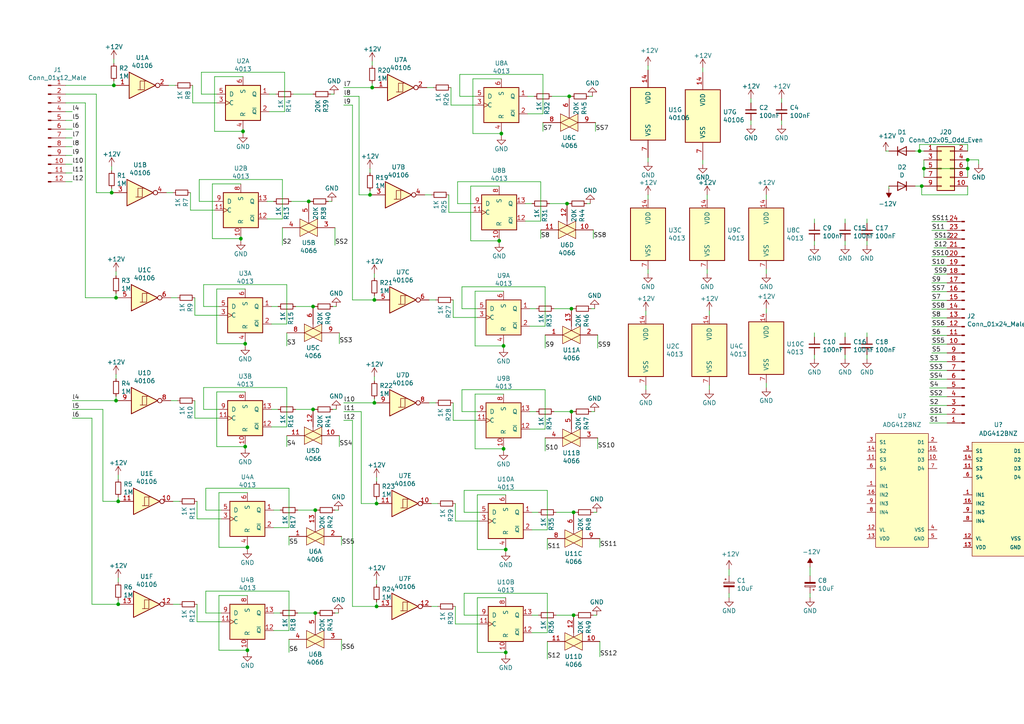
<source format=kicad_sch>
(kicad_sch (version 20211123) (generator eeschema)
  (paper "A4")
  (junction (at 146.05 100.33))
  (junction (at 165.1 27.94))
  (junction (at 165.735 89.535))
  (junction (at 166.37 178.435))
  (junction (at 267.97 48.895))
  (junction (at 145.415 38.735))
  (junction (at 109.22 146.05))
  (junction (at 71.12 129.54))
  (junction (at 146.05 130.175))
  (junction (at 89.535 58.42))
  (junction (at 71.755 158.75))
  (junction (at 71.12 99.695))
  (junction (at 280.67 48.895))
  (junction (at 33.655 86.36))
  (junction (at 34.29 145.415))
  (junction (at 90.805 88.9))
  (junction (at 69.85 69.215))
  (junction (at 266.7 43.815))
  (junction (at 91.44 147.955))
  (junction (at 71.755 188.595))
  (junction (at 280.67 46.355))
  (junction (at 166.37 148.59))
  (junction (at 267.335 53.975))
  (junction (at 90.805 118.745))
  (junction (at 70.485 38.1))
  (junction (at 144.78 69.85))
  (junction (at 146.685 189.23))
  (junction (at 91.44 177.8))
  (junction (at 107.315 56.515))
  (junction (at 165.735 119.38))
  (junction (at 107.95 25.4))
  (junction (at 108.585 86.995))
  (junction (at 164.465 59.055))
  (junction (at 32.385 55.88))
  (junction (at 108.585 116.84))
  (junction (at 34.29 175.26))
  (junction (at 109.22 175.895))
  (junction (at 33.02 24.765))
  (junction (at 146.685 159.385))
  (junction (at 33.655 116.205))
  (wire (pts (xy 78.74 93.98) (xy 83.185 93.98)))
  (wire (pts (xy 34.29 137.795) (xy 34.29 139.065)))
  (wire (pts (xy 274.701 76.962) (xy 270.256 76.962)))
  (wire (pts (xy 159.385 59.055) (xy 164.465 59.055)))
  (wire (pts (xy 133.985 113.03) (xy 158.115 113.03)))
  (wire (pts (xy 134.62 148.59) (xy 139.065 148.59)))
  (wire (pts (xy 131.445 121.92) (xy 138.43 121.92)))
  (wire (pts (xy 55.88 29.845) (xy 62.865 29.845)))
  (wire (pts (xy 71.12 99.06) (xy 71.12 99.695)))
  (wire (pts (xy 146.05 100.33) (xy 146.05 100.965)))
  (wire (pts (xy 33.655 78.74) (xy 33.655 80.01)))
  (wire (pts (xy 153.67 124.46) (xy 158.115 124.46)))
  (wire (pts (xy 109.22 144.78) (xy 109.22 146.05)))
  (wire (pts (xy 160.655 89.535) (xy 165.735 89.535)))
  (wire (pts (xy 77.47 63.5) (xy 81.915 63.5)))
  (wire (pts (xy 69.85 69.215) (xy 69.85 69.85)))
  (wire (pts (xy 132.08 175.895) (xy 132.08 180.975)))
  (wire (pts (xy 85.09 27.305) (xy 90.805 27.305)))
  (wire (pts (xy 59.055 112.395) (xy 59.055 118.745)))
  (wire (pts (xy 62.865 83.82) (xy 71.12 83.82)))
  (wire (pts (xy 62.23 38.1) (xy 70.485 38.1)))
  (wire (pts (xy 205.105 78.105) (xy 205.105 79.375)))
  (wire (pts (xy 26.67 175.26) (xy 34.29 175.26)))
  (wire (pts (xy 274.701 99.822) (xy 270.256 99.822)))
  (wire (pts (xy 62.865 113.665) (xy 71.12 113.665)))
  (wire (pts (xy 84.455 58.42) (xy 89.535 58.42)))
  (wire (pts (xy 57.785 52.07) (xy 57.785 58.42)))
  (wire (pts (xy 99.06 185.42) (xy 99.06 188.595)))
  (wire (pts (xy 251.46 69.85) (xy 251.46 71.12)))
  (wire (pts (xy 156.845 64.135) (xy 156.845 52.705)))
  (wire (pts (xy 158.75 153.67) (xy 158.75 142.24)))
  (wire (pts (xy 280.67 48.895) (xy 280.67 51.435)))
  (wire (pts (xy 63.5 142.875) (xy 63.5 158.75)))
  (wire (pts (xy 96.52 88.9) (xy 97.536 88.9)))
  (wire (pts (xy 104.775 146.05) (xy 109.22 146.05)))
  (wire (pts (xy 274.701 117.602) (xy 269.621 117.602)))
  (wire (pts (xy 156.845 66.675) (xy 156.845 69.215)))
  (wire (pts (xy 83.185 93.98) (xy 83.185 82.55)))
  (wire (pts (xy 78.74 88.9) (xy 80.645 88.9)))
  (wire (pts (xy 125.73 25.4) (xy 123.825 25.4)))
  (wire (pts (xy 19.05 47.625) (xy 20.955 47.625)))
  (wire (pts (xy 71.755 158.75) (xy 71.755 159.385)))
  (wire (pts (xy 166.37 119.38) (xy 165.735 119.38)))
  (wire (pts (xy 108.585 115.57) (xy 108.585 116.84)))
  (wire (pts (xy 51.435 116.205) (xy 49.53 116.205)))
  (wire (pts (xy 57.785 58.42) (xy 62.23 58.42)))
  (wire (pts (xy 132.08 180.975) (xy 139.065 180.975)))
  (wire (pts (xy 55.245 60.96) (xy 62.23 60.96)))
  (wire (pts (xy 33.655 85.09) (xy 33.655 86.36)))
  (wire (pts (xy 167.005 148.59) (xy 166.37 148.59)))
  (wire (pts (xy 138.43 189.23) (xy 146.685 189.23)))
  (wire (pts (xy 107.315 55.245) (xy 107.315 56.515)))
  (wire (pts (xy 92.075 147.955) (xy 91.44 147.955)))
  (wire (pts (xy 29.845 118.745) (xy 29.845 145.415)))
  (wire (pts (xy 109.22 175.895) (xy 109.855 175.895)))
  (wire (pts (xy 58.42 20.955) (xy 82.55 20.955)))
  (wire (pts (xy 172.72 35.56) (xy 172.72 38.1)))
  (wire (pts (xy 99.06 155.575) (xy 99.06 158.115)))
  (wire (pts (xy 83.82 153.035) (xy 83.82 141.605)))
  (wire (pts (xy 33.02 24.765) (xy 33.655 24.765)))
  (wire (pts (xy 78.74 118.745) (xy 80.645 118.745)))
  (wire (pts (xy 107.95 17.78) (xy 107.95 19.05)))
  (wire (pts (xy 78.105 32.385) (xy 82.55 32.385)))
  (wire (pts (xy 274.701 87.122) (xy 270.256 87.122)))
  (wire (pts (xy 20.955 118.745) (xy 29.845 118.745)))
  (wire (pts (xy 92.075 177.8) (xy 91.44 177.8)))
  (wire (pts (xy 19.05 27.305) (xy 27.94 27.305)))
  (wire (pts (xy 130.175 56.515) (xy 130.175 61.595)))
  (wire (pts (xy 167.005 178.435) (xy 166.37 178.435)))
  (wire (pts (xy 222.25 89.535) (xy 222.25 90.805)))
  (wire (pts (xy 104.14 56.515) (xy 107.315 56.515)))
  (wire (pts (xy 137.795 114.3) (xy 146.05 114.3)))
  (wire (pts (xy 132.08 146.05) (xy 132.08 151.13)))
  (wire (pts (xy 19.05 37.465) (xy 20.955 37.465)))
  (wire (pts (xy 146.685 158.75) (xy 146.685 159.385)))
  (wire (pts (xy 134.62 142.24) (xy 158.75 142.24)))
  (wire (pts (xy 108.585 86.995) (xy 109.22 86.995)))
  (wire (pts (xy 20.955 116.205) (xy 33.655 116.205)))
  (wire (pts (xy 222.25 56.515) (xy 222.25 57.785)))
  (wire (pts (xy 32.385 48.26) (xy 32.385 49.53)))
  (wire (pts (xy 34.29 144.145) (xy 34.29 145.415)))
  (wire (pts (xy 158.75 186.055) (xy 158.75 191.135)))
  (wire (pts (xy 33.655 108.585) (xy 33.655 109.855)))
  (wire (pts (xy 79.375 153.035) (xy 83.82 153.035)))
  (wire (pts (xy 59.055 88.9) (xy 63.5 88.9)))
  (wire (pts (xy 138.43 143.51) (xy 146.685 143.51)))
  (wire (pts (xy 133.985 119.38) (xy 138.43 119.38)))
  (wire (pts (xy 131.445 86.995) (xy 131.445 92.075)))
  (wire (pts (xy 71.755 188.595) (xy 71.755 189.23)))
  (wire (pts (xy 234.95 172.085) (xy 234.95 173.355)))
  (wire (pts (xy 34.29 175.26) (xy 34.925 175.26)))
  (wire (pts (xy 91.44 88.9) (xy 90.805 88.9)))
  (wire (pts (xy 158.115 127) (xy 158.115 130.81)))
  (wire (pts (xy 79.375 177.8) (xy 81.28 177.8)))
  (wire (pts (xy 33.02 17.145) (xy 33.02 18.415)))
  (wire (pts (xy 132.715 52.705) (xy 156.845 52.705)))
  (wire (pts (xy 280.67 46.355) (xy 280.67 48.895)))
  (wire (pts (xy 222.25 78.105) (xy 222.25 79.375)))
  (wire (pts (xy 136.525 53.975) (xy 136.525 69.85)))
  (wire (pts (xy 137.795 84.455) (xy 137.795 100.33)))
  (wire (pts (xy 81.915 63.5) (xy 81.915 52.07)))
  (wire (pts (xy 95.885 27.305) (xy 96.901 27.305)))
  (wire (pts (xy 19.05 52.705) (xy 20.955 52.705)))
  (wire (pts (xy 274.701 107.442) (xy 269.621 107.442)))
  (wire (pts (xy 187.325 90.17) (xy 187.325 91.44)))
  (wire (pts (xy 71.12 129.54) (xy 71.12 130.175)))
  (wire (pts (xy 187.325 111.76) (xy 187.325 113.03)))
  (wire (pts (xy 34.29 167.64) (xy 34.29 168.91)))
  (wire (pts (xy 97.79 -12.7) (xy 97.79 -8.89)))
  (wire (pts (xy 280.67 41.91) (xy 266.7 41.91)))
  (wire (pts (xy 165.735 27.94) (xy 165.1 27.94)))
  (wire (pts (xy 134.62 172.085) (xy 158.75 172.085)))
  (wire (pts (xy 59.69 171.45) (xy 59.69 177.8)))
  (wire (pts (xy 153.035 33.02) (xy 157.48 33.02)))
  (wire (pts (xy 267.335 53.975) (xy 267.335 56.515)))
  (wire (pts (xy 274.701 104.902) (xy 269.621 104.902)))
  (wire (pts (xy 133.985 113.03) (xy 133.985 119.38)))
  (wire (pts (xy 236.22 96.52) (xy 236.22 97.79)))
  (wire (pts (xy 56.515 121.285) (xy 63.5 121.285)))
  (wire (pts (xy 146.05 129.54) (xy 146.05 130.175)))
  (wire (pts (xy 132.08 151.13) (xy 139.065 151.13)))
  (wire (pts (xy 97.155 177.8) (xy 98.171 177.8)))
  (wire (pts (xy 172.085 178.435) (xy 173.101 178.435)))
  (wire (pts (xy 62.865 113.665) (xy 62.865 129.54)))
  (wire (pts (xy 81.915 66.04) (xy 81.915 71.12)))
  (wire (pts (xy 265.43 43.815) (xy 266.7 43.815)))
  (wire (pts (xy 90.17 58.42) (xy 89.535 58.42)))
  (wire (pts (xy 57.15 150.495) (xy 64.135 150.495)))
  (wire (pts (xy 19.05 32.385) (xy 20.955 32.385)))
  (wire (pts (xy 245.11 102.87) (xy 245.11 104.14)))
  (wire (pts (xy 132.715 59.055) (xy 137.16 59.055)))
  (wire (pts (xy 251.46 96.52) (xy 251.46 97.79)))
  (wire (pts (xy 267.335 56.515) (xy 280.67 56.515)))
  (wire (pts (xy 50.8 24.765) (xy 48.895 24.765)))
  (wire (pts (xy 19.05 24.765) (xy 33.02 24.765)))
  (wire (pts (xy 251.46 102.87) (xy 251.46 104.14)))
  (wire (pts (xy 131.445 92.075) (xy 138.43 92.075)))
  (wire (pts (xy 82.55 -12.7) (xy 82.55 -5.08)))
  (wire (pts (xy 59.69 171.45) (xy 83.82 171.45)))
  (wire (pts (xy 144.78 69.85) (xy 144.78 70.485)))
  (wire (pts (xy 161.29 148.59) (xy 166.37 148.59)))
  (wire (pts (xy 85.725 118.745) (xy 90.805 118.745)))
  (wire (pts (xy 33.655 116.205) (xy 34.29 116.205)))
  (wire (pts (xy 109.22 146.05) (xy 109.855 146.05)))
  (wire (pts (xy 79.375 147.955) (xy 81.28 147.955)))
  (wire (pts (xy 157.48 33.02) (xy 157.48 21.59)))
  (wire (pts (xy 211.455 172.085) (xy 211.455 173.355)))
  (wire (pts (xy 62.23 22.225) (xy 70.485 22.225)))
  (wire (pts (xy 62.865 99.695) (xy 71.12 99.695)))
  (wire (pts (xy 136.525 53.975) (xy 144.78 53.975)))
  (wire (pts (xy 256.921 43.815) (xy 257.81 43.815)))
  (wire (pts (xy 102.235 175.895) (xy 102.235 121.92)))
  (wire (pts (xy 158.115 124.46) (xy 158.115 113.03)))
  (wire (pts (xy 157.48 35.56) (xy 157.48 38.1)))
  (wire (pts (xy 245.11 69.85) (xy 245.11 71.12)))
  (wire (pts (xy 63.5 172.72) (xy 63.5 188.595)))
  (wire (pts (xy 99.695 116.84) (xy 108.585 116.84)))
  (wire (pts (xy 203.835 46.355) (xy 203.835 47.625)))
  (wire (pts (xy 132.715 52.705) (xy 132.715 59.055)))
  (wire (pts (xy 170.815 27.94) (xy 171.831 27.94)))
  (wire (pts (xy 52.07 175.26) (xy 50.165 175.26)))
  (wire (pts (xy 33.655 86.36) (xy 34.29 86.36)))
  (wire (pts (xy 102.235 86.995) (xy 108.585 86.995)))
  (wire (pts (xy 56.515 116.205) (xy 56.515 121.285)))
  (wire (pts (xy 217.805 34.925) (xy 217.805 36.195)))
  (wire (pts (xy 251.46 63.5) (xy 251.46 64.77)))
  (wire (pts (xy 267.335 53.975) (xy 267.97 53.975)))
  (wire (pts (xy 138.43 173.355) (xy 146.685 173.355)))
  (wire (pts (xy 144.78 69.215) (xy 144.78 69.85)))
  (wire (pts (xy 33.655 114.935) (xy 33.655 116.205)))
  (wire (pts (xy 131.445 116.84) (xy 131.445 121.92)))
  (wire (pts (xy 274.701 102.362) (xy 270.256 102.362)))
  (wire (pts (xy 102.235 30.48) (xy 102.235 86.995)))
  (wire (pts (xy 86.36 147.955) (xy 91.44 147.955)))
  (wire (pts (xy 236.22 63.5) (xy 236.22 64.77)))
  (wire (pts (xy 99.695 25.4) (xy 107.95 25.4)))
  (wire (pts (xy 83.185 96.52) (xy 83.185 100.33)))
  (wire (pts (xy 24.765 86.36) (xy 33.655 86.36)))
  (wire (pts (xy 138.43 143.51) (xy 138.43 159.385)))
  (wire (pts (xy 27.94 27.305) (xy 27.94 55.88)))
  (wire (pts (xy 137.795 130.175) (xy 146.05 130.175)))
  (wire (pts (xy 56.515 86.36) (xy 56.515 91.44)))
  (wire (pts (xy 145.415 38.1) (xy 145.415 38.735)))
  (wire (pts (xy 109.22 168.275) (xy 109.22 169.545)))
  (wire (pts (xy 19.05 34.925) (xy 20.955 34.925)))
  (wire (pts (xy 153.67 94.615) (xy 158.115 94.615)))
  (wire (pts (xy 158.75 156.21) (xy 158.75 159.385)))
  (wire (pts (xy 69.85 68.58) (xy 69.85 69.215)))
  (wire (pts (xy 154.305 153.67) (xy 158.75 153.67)))
  (wire (pts (xy 274.701 79.502) (xy 270.891 79.502)))
  (wire (pts (xy 78.74 123.825) (xy 83.185 123.825)))
  (wire (pts (xy 79.375 182.88) (xy 83.82 182.88)))
  (wire (pts (xy 269.621 115.062) (xy 274.701 115.062)))
  (wire (pts (xy 153.035 27.94) (xy 154.94 27.94)))
  (wire (pts (xy 58.42 20.955) (xy 58.42 27.305)))
  (wire (pts (xy 71.12 99.695) (xy 71.12 100.33)))
  (wire (pts (xy 274.701 82.042) (xy 270.256 82.042)))
  (wire (pts (xy 34.29 173.99) (xy 34.29 175.26)))
  (wire (pts (xy 130.81 30.48) (xy 137.795 30.48)))
  (wire (pts (xy 173.99 186.055) (xy 173.99 190.5)))
  (wire (pts (xy 211.455 165.1) (xy 211.455 167.005)))
  (wire (pts (xy 267.97 46.355) (xy 267.97 48.895)))
  (wire (pts (xy 152.4 59.055) (xy 154.305 59.055)))
  (wire (pts (xy 187.96 45.72) (xy 187.96 46.99)))
  (wire (pts (xy 19.05 45.085) (xy 20.955 45.085)))
  (wire (pts (xy 160.655 119.38) (xy 165.735 119.38)))
  (wire (pts (xy 134.62 178.435) (xy 139.065 178.435)))
  (wire (pts (xy 58.42 27.305) (xy 62.865 27.305)))
  (wire (pts (xy 59.055 112.395) (xy 83.185 112.395)))
  (wire (pts (xy 77.47 58.42) (xy 79.375 58.42)))
  (wire (pts (xy 83.82 185.42) (xy 83.82 189.23)))
  (wire (pts (xy 91.44 118.745) (xy 90.805 118.745)))
  (wire (pts (xy 137.795 100.33) (xy 146.05 100.33)))
  (wire (pts (xy 266.7 41.91) (xy 266.7 43.815)))
  (wire (pts (xy 99.695 30.48) (xy 102.235 30.48)))
  (wire (pts (xy 102.235 121.92) (xy 99.695 121.92)))
  (wire (pts (xy 173.355 97.155) (xy 173.355 100.965)))
  (wire (pts (xy 280.67 46.355) (xy 283.845 46.355)))
  (wire (pts (xy 98.425 96.52) (xy 98.425 99.695)))
  (wire (pts (xy 97.155 66.04) (xy 97.155 71.12)))
  (wire (pts (xy 166.37 89.535) (xy 165.735 89.535)))
  (wire (pts (xy 83.82 182.88) (xy 83.82 171.45)))
  (wire (pts (xy 85.725 88.9) (xy 90.805 88.9)))
  (wire (pts (xy 245.11 63.5) (xy 245.11 64.77)))
  (wire (pts (xy 226.695 28.575) (xy 226.695 29.845)))
  (wire (pts (xy 83.185 123.825) (xy 83.185 112.395)))
  (wire (pts (xy 137.795 114.3) (xy 137.795 130.175)))
  (wire (pts (xy 280.67 43.815) (xy 280.67 41.91)))
  (wire (pts (xy 158.115 97.155) (xy 158.115 100.965)))
  (wire (pts (xy 109.22 138.43) (xy 109.22 139.7)))
  (wire (pts (xy 83.185 126.365) (xy 83.185 129.54)))
  (wire (pts (xy 152.4 64.135) (xy 156.845 64.135)))
  (wire (pts (xy 59.055 82.55) (xy 83.185 82.55)))
  (wire (pts (xy 274.701 122.682) (xy 269.621 122.682)))
  (wire (pts (xy 161.29 178.435) (xy 166.37 178.435)))
  (wire (pts (xy 19.05 50.165) (xy 20.955 50.165)))
  (wire (pts (xy 70.485 38.1) (xy 70.485 38.735)))
  (wire (pts (xy 165.1 59.055) (xy 164.465 59.055)))
  (wire (pts (xy 104.14 27.94) (xy 104.14 56.515)))
  (wire (pts (xy 99.695 119.38) (xy 104.775 119.38)))
  (wire (pts (xy 57.785 52.07) (xy 81.915 52.07)))
  (wire (pts (xy 55.88 24.765) (xy 55.88 29.845)))
  (wire (pts (xy 126.365 116.84) (xy 124.46 116.84)))
  (wire (pts (xy 137.795 84.455) (xy 146.05 84.455)))
  (wire (pts (xy 71.755 187.96) (xy 71.755 188.595)))
  (wire (pts (xy 274.701 74.422) (xy 270.256 74.422)))
  (wire (pts (xy 133.35 21.59) (xy 157.48 21.59)))
  (wire (pts (xy 146.05 99.695) (xy 146.05 100.33)))
  (wire (pts (xy 217.805 28.575) (xy 217.805 29.845)))
  (wire (pts (xy 26.67 121.285) (xy 26.67 175.26)))
  (wire (pts (xy 274.701 64.262) (xy 270.256 64.262)))
  (wire (pts (xy 55.245 55.88) (xy 55.245 60.96)))
  (wire (pts (xy 59.055 82.55) (xy 59.055 88.9)))
  (wire (pts (xy 133.35 21.59) (xy 133.35 27.94)))
  (wire (pts (xy 172.085 66.675) (xy 172.085 69.215)))
  (wire (pts (xy 98.425 126.365) (xy 98.425 129.54)))
  (wire (pts (xy 171.45 89.535) (xy 172.466 89.535)))
  (wire (pts (xy 133.35 27.94) (xy 137.795 27.94)))
  (wire (pts (xy 153.67 119.38) (xy 155.575 119.38)))
  (wire (pts (xy 83.82 155.575) (xy 83.82 158.115)))
  (wire (pts (xy 234.95 164.465) (xy 234.95 167.005)))
  (wire (pts (xy 173.99 156.21) (xy 173.99 158.75)))
  (wire (pts (xy 97.155 147.955) (xy 98.171 147.955)))
  (wire (pts (xy 130.175 61.595) (xy 137.16 61.595)))
  (wire (pts (xy 57.15 180.34) (xy 64.135 180.34)))
  (wire (pts (xy 19.05 40.005) (xy 20.955 40.005)))
  (wire (pts (xy 107.315 48.895) (xy 107.315 50.165)))
  (wire (pts (xy 154.305 148.59) (xy 156.21 148.59)))
  (wire (pts (xy 51.435 86.36) (xy 49.53 86.36)))
  (wire (pts (xy 19.05 29.845) (xy 24.765 29.845)))
  (wire (pts (xy 145.415 38.735) (xy 145.415 39.37)))
  (wire (pts (xy 59.69 147.955) (xy 64.135 147.955)))
  (wire (pts (xy 280.67 48.895) (xy 267.97 48.895)))
  (wire (pts (xy 19.05 42.545) (xy 20.955 42.545)))
  (wire (pts (xy 134.62 142.24) (xy 134.62 148.59)))
  (wire (pts (xy 274.701 120.142) (xy 269.621 120.142)))
  (wire (pts (xy 136.525 69.85) (xy 144.78 69.85)))
  (wire (pts (xy 222.25 111.125) (xy 222.25 112.395)))
  (wire (pts (xy 274.701 69.342) (xy 270.891 69.342)))
  (wire (pts (xy 109.22 174.625) (xy 109.22 175.895)))
  (wire (pts (xy 138.43 159.385) (xy 146.685 159.385)))
  (wire (pts (xy 133.985 89.535) (xy 138.43 89.535)))
  (wire (pts (xy 96.52 118.745) (xy 97.536 118.745)))
  (wire (pts (xy 99.695 27.94) (xy 104.14 27.94)))
  (wire (pts (xy 154.305 178.435) (xy 156.21 178.435)))
  (wire (pts (xy 236.22 102.87) (xy 236.22 104.14)))
  (wire (pts (xy 33.02 23.495) (xy 33.02 24.765)))
  (wire (pts (xy 34.29 145.415) (xy 34.925 145.415)))
  (wire (pts (xy 138.43 173.355) (xy 138.43 189.23)))
  (wire (pts (xy 63.5 188.595) (xy 71.755 188.595)))
  (wire (pts (xy 59.055 118.745) (xy 63.5 118.745)))
  (wire (pts (xy 137.16 22.86) (xy 145.415 22.86)))
  (wire (pts (xy 158.75 183.515) (xy 158.75 172.085)))
  (wire (pts (xy 236.22 69.85) (xy 236.22 71.12)))
  (wire (pts (xy 107.95 25.4) (xy 108.585 25.4)))
  (wire (pts (xy 274.701 109.982) (xy 269.621 109.982)))
  (wire (pts (xy 57.15 145.415) (xy 57.15 150.495)))
  (wire (pts (xy 280.67 56.515) (xy 280.67 53.975)))
  (wire (pts (xy 137.16 22.86) (xy 137.16 38.735)))
  (wire (pts (xy 203.835 19.685) (xy 203.835 20.955)))
  (wire (pts (xy 82.55 32.385) (xy 82.55 20.955)))
  (wire (pts (xy 29.845 145.415) (xy 34.29 145.415)))
  (wire (pts (xy 63.5 172.72) (xy 71.755 172.72)))
  (wire (pts (xy 50.165 55.88) (xy 48.26 55.88)))
  (wire (pts (xy 32.385 55.88) (xy 33.02 55.88)))
  (wire (pts (xy 130.81 25.4) (xy 130.81 30.48)))
  (wire (pts (xy 24.765 29.845) (xy 24.765 86.36)))
  (wire (pts (xy 274.701 66.802) (xy 270.256 66.802)))
  (wire (pts (xy 20.955 121.285) (xy 26.67 121.285)))
  (wire (pts (xy 61.595 53.34) (xy 69.85 53.34)))
  (wire (pts (xy 160.02 27.94) (xy 165.1 27.94)))
  (wire (pts (xy 274.701 84.582) (xy 270.256 84.582)))
  (wire (pts (xy 153.67 89.535) (xy 155.575 89.535)))
  (wire (pts (xy 265.43 53.975) (xy 267.335 53.975)))
  (wire (pts (xy 146.685 188.595) (xy 146.685 189.23)))
  (wire (pts (xy 205.105 56.515) (xy 205.105 57.785)))
  (wire (pts (xy 187.96 78.105) (xy 187.96 79.375)))
  (wire (pts (xy 137.16 38.735) (xy 145.415 38.735)))
  (wire (pts (xy 274.701 97.282) (xy 270.256 97.282)))
  (wire (pts (xy 274.701 89.662) (xy 270.256 89.662)))
  (wire (pts (xy 170.18 59.055) (xy 171.196 59.055)))
  (wire (pts (xy 62.865 129.54) (xy 71.12 129.54)))
  (wire (pts (xy 205.74 90.17) (xy 205.74 91.44)))
  (wire (pts (xy 146.05 130.175) (xy 146.05 130.81)))
  (wire (pts (xy 187.96 56.515) (xy 187.96 57.785)))
  (wire (pts (xy 63.5 158.75) (xy 71.755 158.75)))
  (wire (pts (xy 127 175.895) (xy 125.095 175.895)))
  (wire (pts (xy 63.5 142.875) (xy 71.755 142.875)))
  (wire (pts (xy 78.105 27.305) (xy 80.01 27.305)))
  (wire (pts (xy 245.11 96.52) (xy 245.11 97.79)))
  (wire (pts (xy 61.595 69.215) (xy 69.85 69.215)))
  (wire (pts (xy 172.085 148.59) (xy 173.101 148.59)))
  (wire (pts (xy 59.69 177.8) (xy 64.135 177.8)))
  (wire (pts (xy 226.695 34.925) (xy 226.695 36.195)))
  (wire (pts (xy 274.701 92.202) (xy 270.256 92.202)))
  (wire (pts (xy 59.69 141.605) (xy 59.69 147.955)))
  (wire (pts (xy 267.97 48.895) (xy 267.97 51.435)))
  (wire (pts (xy 56.515 91.44) (xy 63.5 91.44)))
  (wire (pts (xy 171.45 119.38) (xy 172.466 119.38)))
  (wire (pts (xy 283.845 46.355) (xy 283.845 47.625)))
  (wire (pts (xy 107.315 56.515) (xy 107.95 56.515)))
  (wire (pts (xy 146.685 189.23) (xy 146.685 189.865)))
  (wire (pts (xy 57.15 175.26) (xy 57.15 180.34)))
  (wire (pts (xy 274.701 112.522) (xy 269.621 112.522)))
  (wire (pts (xy 71.12 128.905) (xy 71.12 129.54)))
  (wire (pts (xy 107.95 24.13) (xy 107.95 25.4)))
  (wire (pts (xy 108.585 109.22) (xy 108.585 110.49)))
  (wire (pts (xy 59.69 141.605) (xy 83.82 141.605)))
  (wire (pts (xy 274.701 94.742) (xy 270.256 94.742)))
  (wire (pts (xy 133.985 83.185) (xy 133.985 89.535)))
  (wire (pts (xy 108.585 116.84) (xy 109.22 116.84)))
  (wire (pts (xy 108.585 85.725) (xy 108.585 86.995)))
  (wire (pts (xy 126.365 86.995) (xy 124.46 86.995)))
  (wire (pts (xy 86.36 177.8) (xy 91.44 177.8)))
  (wire (pts (xy 71.755 158.115) (xy 71.755 158.75)))
  (wire (pts (xy 274.701 71.882) (xy 270.891 71.882)))
  (wire (pts (xy 154.305 183.515) (xy 158.75 183.515)))
  (wire (pts (xy 27.94 55.88) (xy 32.385 55.88)))
  (wire (pts (xy 133.985 83.185) (xy 158.115 83.185)))
  (wire (pts (xy 62.23 22.225) (xy 62.23 38.1)))
  (wire (pts (xy 32.385 54.61) (xy 32.385 55.88)))
  (wire (pts (xy 173.355 127) (xy 173.355 130.175)))
  (wire (pts (xy 61.595 53.34) (xy 61.595 69.215)))
  (wire (pts (xy 257.81 53.975) (xy 257.81 54.737)))
  (wire (pts (xy 158.115 94.615) (xy 158.115 83.185)))
  (wire (pts (xy 146.685 159.385) (xy 146.685 160.02)))
  (wire (pts (xy 127 146.05) (xy 125.095 146.05)))
  (wire (pts (xy 104.775 119.38) (xy 104.775 146.05)))
  (wire (pts (xy 187.96 19.05) (xy 187.96 20.32)))
  (wire (pts (xy 125.095 56.515) (xy 123.19 56.515)))
  (wire (pts (xy 266.7 43.815) (xy 267.97 43.815)))
  (wire (pts (xy 109.22 175.895) (xy 102.235 175.895)))
  (wire (pts (xy 70.485 37.465) (xy 70.485 38.1)))
  (wire (pts (xy 205.74 111.76) (xy 205.74 113.03)))
  (wire (pts (xy 134.62 172.085) (xy 134.62 178.435)))
  (wire (pts (xy 95.25 58.42) (xy 96.266 58.42)))
  (wire (pts (xy 52.07 145.415) (xy 50.165 145.415)))
  (wire (pts (xy 108.585 79.375) (xy 108.585 80.645)))
  (wire (pts (xy 62.865 83.82) (xy 62.865 99.695)))
  (label "l10" (at 20.955 47.625 0))
  (label "l6" (at 20.955 121.285 0))
  (label "l8" (at 99.695 27.94 0))
  (label "l6" (at 20.955 37.465 0))
  (label "SS11" (at 173.99 158.75 0))
  (label "SS9" (at 173.355 100.965 0))
  (label "l11" (at 99.695 119.38 0))
  (label "SS12" (at 173.99 190.5 0))
  (label "SS6" (at 270.256 94.742 0))
  (label "S3" (at 269.621 104.902 0))
  (label "S1" (at 82.55 -5.08 0))
  (label "S7" (at 270.256 87.122 0))
  (label "SS7" (at 270.256 84.582 0))
  (label "SS10" (at 270.256 74.422 0))
  (label "SS2" (at 97.155 71.12 0))
  (label "S6" (at 270.256 97.282 0))
  (label "S6" (at 83.82 189.23 0))
  (label "SS11" (at 270.256 64.262 0))
  (label "l7" (at 99.695 25.4 0))
  (label "SS4" (at 98.425 129.54 0))
  (label "l5" (at 20.955 34.925 0))
  (label "S11" (at 270.256 66.802 0))
  (label "S8" (at 156.845 69.215 0))
  (label "SS7" (at 172.72 38.1 0))
  (label "l5" (at 20.955 118.745 0))
  (label "S10" (at 270.256 76.962 0))
  (label "SS6" (at 99.06 188.595 0))
  (label "S12" (at 158.75 191.135 0))
  (label "l10" (at 99.695 116.84 0))
  (label "SS5" (at 99.06 158.115 0))
  (label "SS8" (at 270.256 89.662 0))
  (label "S10" (at 158.115 130.81 0))
  (label "l4" (at 20.955 116.205 0))
  (label "l9" (at 99.695 30.48 0))
  (label "SS12" (at 270.891 69.342 0))
  (label "S4" (at 83.185 129.54 0))
  (label "S7" (at 157.48 38.1 0))
  (label "SS8" (at 172.085 69.215 0))
  (label "SS1" (at 269.621 120.142 0))
  (label "SS3" (at 269.621 107.442 0))
  (label "l11" (at 20.955 50.165 0))
  (label "l9" (at 20.955 45.085 0))
  (label "S5" (at 83.82 158.115 0))
  (label "S12" (at 270.891 71.882 0))
  (label "S9" (at 270.256 82.042 0))
  (label "SS1" (at 97.79 -8.89 0))
  (label "l8" (at 20.955 42.545 0))
  (label "S1" (at 269.621 122.682 0))
  (label "SS4" (at 269.621 109.982 0))
  (label "S4" (at 269.621 112.522 0))
  (label "S2" (at 269.621 117.602 0))
  (label "SS2" (at 269.621 115.062 0))
  (label "SS5" (at 270.256 99.822 0))
  (label "S9" (at 158.115 100.965 0))
  (label "S11" (at 158.75 159.385 0))
  (label "S3" (at 83.185 100.33 0))
  (label "SS9" (at 270.891 79.502 0))
  (label "S2" (at 81.915 71.12 0))
  (label "l4" (at 20.955 32.385 0))
  (label "S8" (at 270.256 92.202 0))
  (label "l12" (at 99.695 121.92 0))
  (label "SS10" (at 173.355 130.175 0))
  (label "S5" (at 270.256 102.362 0))
  (label "SS3" (at 98.425 99.695 0))
  (label "l12" (at 20.955 52.705 0))
  (label "l7" (at 20.955 40.005 0))
  (symbol (lib_id "4xxx:4013") (at 70.485 29.845 0) (unit 1)
    (property "Reference" "U2" (at 70.485 17.7038 0))
    (property "Value" "4013" (at 70.485 20.0152 0))
    (property "Footprint" "Housings_SOIC:SOIC-14_3.9x8.7mm_Pitch1.27mm" (effects hide))
    (property "Datasheet" "http://www.onsemi.com/pub/Collateral/MC14013B-D.PDF" (effects hide))
  )
  (symbol (lib_id "touch-rescue:GND-power-allcolours_analogue-rescue") (at 70.485 38.735 0) (unit 1)
    (property "Reference" "#PWR08" (effects hide))
    (property "Value" "GND" (at 70.485 42.545 0))
  )
  (symbol (lib_id "Device:R_Small") (at 82.55 27.305 270) (unit 1)
    (property "Reference" "R14" (at 83.7184 28.8036 0) (effects (justify left)))
    (property "Value" "1K" (at 81.407 28.8036 0) (effects (justify left)))
    (property "Footprint" "Resistors_SMD:R_0805" (effects hide))
  )
  (symbol (lib_id "4xxx:4013") (at 205.105 67.945 0) (unit 3)
    (property "Reference" "U9" (at 210.947 66.7766 0) (effects (justify left)))
    (property "Value" "4013" (at 210.947 69.088 0) (effects (justify left)))
    (property "Footprint" "Housings_SOIC:SOIC-14_3.9x8.7mm_Pitch1.27mm" (effects hide))
    (property "Datasheet" "http://www.onsemi.com/pub/Collateral/MC14013B-D.PDF" (effects hide))
  )
  (symbol (lib_id "touch-rescue:GND-power-allcolours_analogue-rescue") (at 205.105 79.375 0) (unit 1)
    (property "Reference" "#PWR042" (effects hide))
    (property "Value" "GND" (at 205.105 83.185 0))
  )
  (symbol (lib_id "touch-rescue:GND-power-allcolours_analogue-rescue") (at 203.835 47.625 0) (unit 1)
    (property "Reference" "#PWR038" (effects hide))
    (property "Value" "GND" (at 203.835 51.435 0))
  )
  (symbol (lib_id "Device:R_Small") (at 33.02 20.955 0) (unit 1)
    (property "Reference" "R2" (at 34.5186 19.7866 0) (effects (justify left)))
    (property "Value" "1M" (at 34.5186 22.098 0) (effects (justify left)))
    (property "Footprint" "Resistors_SMD:R_0805" (effects hide))
  )
  (symbol (lib_id "4xxx:40106") (at 41.275 24.765 0) (unit 1)
    (property "Reference" "U1" (at 41.275 16.7132 0))
    (property "Value" "40106" (at 41.275 19.0246 0))
    (property "Footprint" "Housings_SOIC:SOIC-14_3.9x8.7mm_Pitch1.27mm" (effects hide))
    (property "Datasheet" "http://www.nxp.com/documents/data_sheet/HEF40106B.pdf" (effects hide))
  )
  (symbol (lib_id "4xxx:40106") (at 203.835 33.655 0) (unit 7)
    (property "Reference" "U7" (at 209.677 32.4866 0) (effects (justify left)))
    (property "Value" "40106" (at 209.677 34.798 0) (effects (justify left)))
    (property "Footprint" "Housings_SOIC:SOIC-14_3.9x8.7mm_Pitch1.27mm" (effects hide))
    (property "Datasheet" "http://www.nxp.com/documents/data_sheet/HEF40106B.pdf" (effects hide))
  )
  (symbol (lib_id "Device:R_Small") (at 53.34 24.765 270) (unit 1)
    (property "Reference" "R8" (at 54.5084 26.2636 0) (effects (justify left)))
    (property "Value" "1K" (at 52.197 26.2636 0) (effects (justify left)))
    (property "Footprint" "Resistors_SMD:R_0805" (effects hide))
  )
  (symbol (lib_id "4xxx:4013") (at 69.85 60.96 0) (unit 2)
    (property "Reference" "U2" (at 69.85 48.8188 0))
    (property "Value" "4013" (at 69.85 51.1302 0))
    (property "Footprint" "Housings_SOIC:SOIC-14_3.9x8.7mm_Pitch1.27mm" (effects hide))
    (property "Datasheet" "http://www.onsemi.com/pub/Collateral/MC14013B-D.PDF" (effects hide))
  )
  (symbol (lib_id "touch-rescue:GND-power-allcolours_analogue-rescue") (at 69.85 69.85 0) (unit 1)
    (property "Reference" "#PWR07" (effects hide))
    (property "Value" "GND" (at 69.85 73.66 0))
  )
  (symbol (lib_id "Device:R_Small") (at 81.915 58.42 270) (unit 1)
    (property "Reference" "R13" (at 83.0834 59.9186 0) (effects (justify left)))
    (property "Value" "1K" (at 80.772 59.9186 0) (effects (justify left)))
    (property "Footprint" "Resistors_SMD:R_0805" (effects hide))
  )
  (symbol (lib_id "Device:R_Small") (at 32.385 52.07 0) (unit 1)
    (property "Reference" "R1" (at 33.8836 50.9016 0) (effects (justify left)))
    (property "Value" "1M" (at 33.8836 53.213 0) (effects (justify left)))
    (property "Footprint" "Resistors_SMD:R_0805" (effects hide))
  )
  (symbol (lib_id "4xxx:40106") (at 40.64 55.88 0) (unit 2)
    (property "Reference" "U1" (at 40.64 47.8282 0))
    (property "Value" "40106" (at 40.64 50.1396 0))
    (property "Footprint" "Housings_SOIC:SOIC-14_3.9x8.7mm_Pitch1.27mm" (effects hide))
    (property "Datasheet" "http://www.nxp.com/documents/data_sheet/HEF40106B.pdf" (effects hide))
  )
  (symbol (lib_id "4xxx:4066") (at 89.535 66.04 0) (unit 2)
    (property "Reference" "U5" (at 89.535 70.4088 0))
    (property "Value" "4066" (at 89.535 72.7202 0))
    (property "Footprint" "Housings_SOIC:SOIC-14_3.9x8.7mm_Pitch1.27mm" (effects hide))
    (property "Datasheet" "http://www.ti.com/lit/ds/symlink/cd4066b.pdf" (effects hide))
  )
  (symbol (lib_id "Device:R_Small") (at 52.705 55.88 270) (unit 1)
    (property "Reference" "R7" (at 53.8734 57.3786 0) (effects (justify left)))
    (property "Value" "1K" (at 51.562 57.3786 0) (effects (justify left)))
    (property "Footprint" "Resistors_SMD:R_0805" (effects hide))
  )
  (symbol (lib_id "4xxx:4013") (at 71.12 91.44 0) (unit 1)
    (property "Reference" "U3" (at 71.12 79.2988 0))
    (property "Value" "4013" (at 71.12 81.6102 0))
    (property "Footprint" "Housings_SOIC:SOIC-14_3.9x8.7mm_Pitch1.27mm" (effects hide))
    (property "Datasheet" "http://www.onsemi.com/pub/Collateral/MC14013B-D.PDF" (effects hide))
  )
  (symbol (lib_id "touch-rescue:GND-power-allcolours_analogue-rescue") (at 71.12 100.33 0) (unit 1)
    (property "Reference" "#PWR09" (effects hide))
    (property "Value" "GND" (at 71.12 104.14 0))
  )
  (symbol (lib_id "Device:R_Small") (at 83.185 88.9 270) (unit 1)
    (property "Reference" "R15" (at 84.3534 90.3986 0) (effects (justify left)))
    (property "Value" "1K" (at 82.042 90.3986 0) (effects (justify left)))
    (property "Footprint" "Resistors_SMD:R_0805" (effects hide))
  )
  (symbol (lib_id "Device:R_Small") (at 33.655 82.55 0) (unit 1)
    (property "Reference" "R3" (at 35.1536 81.3816 0) (effects (justify left)))
    (property "Value" "1M" (at 35.1536 83.693 0) (effects (justify left)))
    (property "Footprint" "Resistors_SMD:R_0805" (effects hide))
  )
  (symbol (lib_id "4xxx:40106") (at 41.91 86.36 0) (unit 3)
    (property "Reference" "U1" (at 41.91 78.3082 0))
    (property "Value" "40106" (at 41.91 80.6196 0))
    (property "Footprint" "Housings_SOIC:SOIC-14_3.9x8.7mm_Pitch1.27mm" (effects hide))
    (property "Datasheet" "http://www.nxp.com/documents/data_sheet/HEF40106B.pdf" (effects hide))
  )
  (symbol (lib_id "4xxx:4066") (at 90.805 96.52 0) (unit 3)
    (property "Reference" "U5" (at 90.805 100.8888 0))
    (property "Value" "4066" (at 90.805 103.2002 0))
    (property "Footprint" "Housings_SOIC:SOIC-14_3.9x8.7mm_Pitch1.27mm" (effects hide))
    (property "Datasheet" "http://www.ti.com/lit/ds/symlink/cd4066b.pdf" (effects hide))
  )
  (symbol (lib_id "Device:R_Small") (at 53.975 86.36 270) (unit 1)
    (property "Reference" "R9" (at 55.1434 87.8586 0) (effects (justify left)))
    (property "Value" "1K" (at 52.832 87.8586 0) (effects (justify left)))
    (property "Footprint" "Resistors_SMD:R_0805" (effects hide))
  )
  (symbol (lib_id "4xxx:4013") (at 71.12 121.285 0) (unit 2)
    (property "Reference" "U3" (at 71.12 109.1438 0))
    (property "Value" "4013" (at 71.12 111.4552 0))
    (property "Footprint" "Housings_SOIC:SOIC-14_3.9x8.7mm_Pitch1.27mm" (effects hide))
    (property "Datasheet" "http://www.onsemi.com/pub/Collateral/MC14013B-D.PDF" (effects hide))
  )
  (symbol (lib_id "touch-rescue:GND-power-allcolours_analogue-rescue") (at 71.12 130.175 0) (unit 1)
    (property "Reference" "#PWR010" (effects hide))
    (property "Value" "GND" (at 71.12 133.985 0))
  )
  (symbol (lib_id "Device:R_Small") (at 83.185 118.745 270) (unit 1)
    (property "Reference" "R16" (at 84.3534 120.2436 0) (effects (justify left)))
    (property "Value" "1K" (at 82.042 120.2436 0) (effects (justify left)))
    (property "Footprint" "Resistors_SMD:R_0805" (effects hide))
  )
  (symbol (lib_id "Device:R_Small") (at 33.655 112.395 0) (unit 1)
    (property "Reference" "R4" (at 35.1536 111.2266 0) (effects (justify left)))
    (property "Value" "1M" (at 35.1536 113.538 0) (effects (justify left)))
    (property "Footprint" "Resistors_SMD:R_0805" (effects hide))
  )
  (symbol (lib_id "4xxx:40106") (at 41.91 116.205 0) (unit 4)
    (property "Reference" "U1" (at 41.91 108.1532 0))
    (property "Value" "40106" (at 41.91 110.4646 0))
    (property "Footprint" "Housings_SOIC:SOIC-14_3.9x8.7mm_Pitch1.27mm" (effects hide))
    (property "Datasheet" "http://www.nxp.com/documents/data_sheet/HEF40106B.pdf" (effects hide))
  )
  (symbol (lib_id "4xxx:4066") (at 90.805 126.365 0) (unit 4)
    (property "Reference" "U5" (at 90.805 130.7338 0))
    (property "Value" "4066" (at 90.805 133.0452 0))
    (property "Footprint" "Housings_SOIC:SOIC-14_3.9x8.7mm_Pitch1.27mm" (effects hide))
    (property "Datasheet" "http://www.ti.com/lit/ds/symlink/cd4066b.pdf" (effects hide))
  )
  (symbol (lib_id "Device:R_Small") (at 53.975 116.205 270) (unit 1)
    (property "Reference" "R10" (at 55.1434 117.7036 0) (effects (justify left)))
    (property "Value" "1K" (at 52.832 117.7036 0) (effects (justify left)))
    (property "Footprint" "Resistors_SMD:R_0805" (effects hide))
  )
  (symbol (lib_id "4xxx:4013") (at 71.755 150.495 0) (unit 1)
    (property "Reference" "U4" (at 71.755 138.3538 0))
    (property "Value" "4013" (at 71.755 140.6652 0))
    (property "Footprint" "Housings_SOIC:SOIC-14_3.9x8.7mm_Pitch1.27mm" (effects hide))
    (property "Datasheet" "http://www.onsemi.com/pub/Collateral/MC14013B-D.PDF" (effects hide))
  )
  (symbol (lib_id "touch-rescue:GND-power-allcolours_analogue-rescue") (at 71.755 159.385 0) (unit 1)
    (property "Reference" "#PWR011" (effects hide))
    (property "Value" "GND" (at 71.755 163.195 0))
  )
  (symbol (lib_id "Device:R_Small") (at 83.82 147.955 270) (unit 1)
    (property "Reference" "R17" (at 84.9884 149.4536 0) (effects (justify left)))
    (property "Value" "1K" (at 82.677 149.4536 0) (effects (justify left)))
    (property "Footprint" "Resistors_SMD:R_0805" (effects hide))
  )
  (symbol (lib_id "Device:R_Small") (at 34.29 141.605 0) (unit 1)
    (property "Reference" "R5" (at 35.7886 140.4366 0) (effects (justify left)))
    (property "Value" "1M" (at 35.7886 142.748 0) (effects (justify left)))
    (property "Footprint" "Resistors_SMD:R_0805" (effects hide))
  )
  (symbol (lib_id "4xxx:40106") (at 42.545 145.415 0) (unit 5)
    (property "Reference" "U1" (at 42.545 137.3632 0))
    (property "Value" "40106" (at 42.545 139.6746 0))
    (property "Footprint" "Housings_SOIC:SOIC-14_3.9x8.7mm_Pitch1.27mm" (effects hide))
    (property "Datasheet" "http://www.nxp.com/documents/data_sheet/HEF40106B.pdf" (effects hide))
  )
  (symbol (lib_id "4xxx:4066") (at 91.44 155.575 0) (unit 1)
    (property "Reference" "U6" (at 91.44 159.9438 0))
    (property "Value" "4066" (at 91.44 162.2552 0))
    (property "Footprint" "Housings_SOIC:SOIC-14_3.9x8.7mm_Pitch1.27mm" (effects hide))
    (property "Datasheet" "http://www.ti.com/lit/ds/symlink/cd4066b.pdf" (effects hide))
  )
  (symbol (lib_id "Device:R_Small") (at 54.61 145.415 270) (unit 1)
    (property "Reference" "R11" (at 55.7784 146.9136 0) (effects (justify left)))
    (property "Value" "1K" (at 53.467 146.9136 0) (effects (justify left)))
    (property "Footprint" "Resistors_SMD:R_0805" (effects hide))
  )
  (symbol (lib_id "4xxx:4013") (at 71.755 180.34 0) (unit 2)
    (property "Reference" "U4" (at 71.755 168.1988 0))
    (property "Value" "4013" (at 71.755 170.5102 0))
    (property "Footprint" "Housings_SOIC:SOIC-14_3.9x8.7mm_Pitch1.27mm" (effects hide))
    (property "Datasheet" "http://www.onsemi.com/pub/Collateral/MC14013B-D.PDF" (effects hide))
  )
  (symbol (lib_id "touch-rescue:GND-power-allcolours_analogue-rescue") (at 71.755 189.23 0) (unit 1)
    (property "Reference" "#PWR012" (effects hide))
    (property "Value" "GND" (at 71.755 193.04 0))
  )
  (symbol (lib_id "Device:R_Small") (at 83.82 177.8 270) (unit 1)
    (property "Reference" "R18" (at 84.9884 179.2986 0) (effects (justify left)))
    (property "Value" "1K" (at 82.677 179.2986 0) (effects (justify left)))
    (property "Footprint" "Resistors_SMD:R_0805" (effects hide))
  )
  (symbol (lib_id "Device:R_Small") (at 34.29 171.45 0) (unit 1)
    (property "Reference" "R6" (at 35.7886 170.2816 0) (effects (justify left)))
    (property "Value" "1M" (at 35.7886 172.593 0) (effects (justify left)))
    (property "Footprint" "Resistors_SMD:R_0805" (effects hide))
  )
  (symbol (lib_id "4xxx:40106") (at 42.545 175.26 0) (unit 6)
    (property "Reference" "U1" (at 42.545 167.2082 0))
    (property "Value" "40106" (at 42.545 169.5196 0))
    (property "Footprint" "Housings_SOIC:SOIC-14_3.9x8.7mm_Pitch1.27mm" (effects hide))
    (property "Datasheet" "http://www.nxp.com/documents/data_sheet/HEF40106B.pdf" (effects hide))
  )
  (symbol (lib_id "4xxx:4066") (at 91.44 185.42 0) (unit 2)
    (property "Reference" "U6" (at 91.44 189.7888 0))
    (property "Value" "4066" (at 91.44 192.1002 0))
    (property "Footprint" "Housings_SOIC:SOIC-14_3.9x8.7mm_Pitch1.27mm" (effects hide))
    (property "Datasheet" "http://www.ti.com/lit/ds/symlink/cd4066b.pdf" (effects hide))
  )
  (symbol (lib_id "Device:R_Small") (at 54.61 175.26 270) (unit 1)
    (property "Reference" "R12" (at 55.7784 176.7586 0) (effects (justify left)))
    (property "Value" "1K" (at 53.467 176.7586 0) (effects (justify left)))
    (property "Footprint" "Resistors_SMD:R_0805" (effects hide))
  )
  (symbol (lib_id "power:+12V") (at 203.835 19.685 0) (unit 1)
    (property "Reference" "#PWR?" (effects hide))
    (property "Value" "+12V" (at 203.835 16.129 0))
  )
  (symbol (lib_id "power:+12V") (at 205.105 56.515 0) (unit 1)
    (property "Reference" "#PWR?" (effects hide))
    (property "Value" "+12V" (at 205.105 52.959 0))
  )
  (symbol (lib_id "4xxx:4013") (at 222.25 67.945 0) (unit 3)
    (property "Reference" "U8" (at 228.092 66.7766 0) (effects (justify left)))
    (property "Value" "4013" (at 228.092 69.088 0) (effects (justify left)))
    (property "Footprint" "Housings_SOIC:SOIC-14_3.9x8.7mm_Pitch1.27mm" (effects hide))
    (property "Datasheet" "http://www.onsemi.com/pub/Collateral/MC14013B-D.PDF" (effects hide))
  )
  (symbol (lib_id "touch-rescue:GND-power-allcolours_analogue-rescue") (at 222.25 79.375 0) (unit 1)
    (property "Reference" "#PWR040" (effects hide))
    (property "Value" "GND" (at 222.25 83.185 0))
  )
  (symbol (lib_id "power:+12V") (at 222.25 56.515 0) (unit 1)
    (property "Reference" "#PWR?" (effects hide))
    (property "Value" "+12V" (at 222.25 52.959 0))
  )
  (symbol (lib_id "4xxx:4013") (at 222.25 100.965 0) (unit 3)
    (property "Reference" "U10" (at 228.092 99.7966 0) (effects (justify left)))
    (property "Value" "4013" (at 228.092 102.108 0) (effects (justify left)))
    (property "Footprint" "Housings_SOIC:SOIC-14_3.9x8.7mm_Pitch1.27mm" (effects hide))
    (property "Datasheet" "http://www.onsemi.com/pub/Collateral/MC14013B-D.PDF" (effects hide))
  )
  (symbol (lib_id "touch-rescue:GND-power-allcolours_analogue-rescue") (at 222.25 112.395 0) (unit 1)
    (property "Reference" "#PWR044" (effects hide))
    (property "Value" "GND" (at 222.25 116.205 0))
  )
  (symbol (lib_id "power:+12V") (at 222.25 89.535 0) (unit 1)
    (property "Reference" "#PWR?" (effects hide))
    (property "Value" "+12V" (at 222.25 85.979 0))
  )
  (symbol (lib_id "power:+12V") (at 34.29 137.795 0) (unit 1)
    (property "Reference" "#PWR?" (effects hide))
    (property "Value" "+12V" (at 34.29 134.239 0))
  )
  (symbol (lib_id "power:+12V") (at 33.655 108.585 0) (unit 1)
    (property "Reference" "#PWR?" (effects hide))
    (property "Value" "+12V" (at 33.655 105.029 0))
  )
  (symbol (lib_id "power:+12V") (at 108.585 109.22 0) (unit 1)
    (property "Reference" "#PWR?" (effects hide))
    (property "Value" "+12V" (at 108.585 105.664 0))
  )
  (symbol (lib_id "power:+12V") (at 109.22 138.43 0) (unit 1)
    (property "Reference" "#PWR?" (effects hide))
    (property "Value" "+12V" (at 109.22 134.874 0))
  )
  (symbol (lib_id "power:+12V") (at 109.22 168.275 0) (unit 1)
    (property "Reference" "#PWR?" (effects hide))
    (property "Value" "+12V" (at 109.22 164.719 0))
  )
  (symbol (lib_id "power:+12V") (at 34.29 167.64 0) (unit 1)
    (property "Reference" "#PWR?" (effects hide))
    (property "Value" "+12V" (at 34.29 164.084 0))
  )
  (symbol (lib_id "power:+12V") (at 108.585 79.375 0) (unit 1)
    (property "Reference" "#PWR?" (effects hide))
    (property "Value" "+12V" (at 108.585 75.819 0))
  )
  (symbol (lib_id "power:+12V") (at 107.315 48.895 0) (unit 1)
    (property "Reference" "#PWR?" (effects hide))
    (property "Value" "+12V" (at 107.315 45.339 0))
  )
  (symbol (lib_id "power:+12V") (at 32.385 48.26 0) (unit 1)
    (property "Reference" "#PWR?" (effects hide))
    (property "Value" "+12V" (at 32.385 44.704 0))
  )
  (symbol (lib_id "power:+12V") (at 33.655 78.74 0) (unit 1)
    (property "Reference" "#PWR?" (effects hide))
    (property "Value" "+12V" (at 33.655 75.184 0))
  )
  (symbol (lib_id "power:+12V") (at 107.95 17.78 0) (unit 1)
    (property "Reference" "#PWR?" (effects hide))
    (property "Value" "+12V" (at 107.95 14.224 0))
  )
  (symbol (lib_id "power:+12V") (at 33.02 17.145 0) (unit 1)
    (property "Reference" "#PWR?" (effects hide))
    (property "Value" "+12V" (at 33.02 13.589 0))
  )
  (symbol (lib_id "Connector_Generic:Conn_02x05_Odd_Even") (at 273.05 48.895 0) (unit 1)
    (property "Reference" "J20" (at 274.32 38.3032 0))
    (property "Value" "Conn_02x05_Odd_Even" (at 274.32 40.6146 0))
    (property "Footprint" "Pin_Headers:Pin_Header_Straight_2x05_Pitch2.54mm" (effects hide))
  )
  (symbol (lib_id "4xxx:4013") (at 145.415 30.48 0) (unit 1)
    (property "Reference" "U8" (at 145.415 18.3388 0))
    (property "Value" "4013" (at 145.415 20.6502 0))
    (property "Footprint" "Housings_SOIC:SOIC-14_3.9x8.7mm_Pitch1.27mm" (effects hide))
    (property "Datasheet" "http://www.onsemi.com/pub/Collateral/MC14013B-D.PDF" (effects hide))
  )
  (symbol (lib_id "touch-rescue:GND-power-allcolours_analogue-rescue") (at 145.415 39.37 0) (unit 1)
    (property "Reference" "#PWR020" (effects hide))
    (property "Value" "GND" (at 145.415 43.18 0))
  )
  (symbol (lib_id "Device:R_Small") (at 157.48 27.94 270) (unit 1)
    (property "Reference" "R32" (at 158.6484 29.4386 0) (effects (justify left)))
    (property "Value" "1K" (at 156.337 29.4386 0) (effects (justify left)))
    (property "Footprint" "Resistors_SMD:R_0805" (effects hide))
  )
  (symbol (lib_id "Device:R_Small") (at 107.95 21.59 0) (unit 1)
    (property "Reference" "R20" (at 109.4486 20.4216 0) (effects (justify left)))
    (property "Value" "1M" (at 109.4486 22.733 0) (effects (justify left)))
    (property "Footprint" "Resistors_SMD:R_0805" (effects hide))
  )
  (symbol (lib_id "4xxx:40106") (at 116.205 25.4 0) (unit 1)
    (property "Reference" "U7" (at 116.205 17.3482 0))
    (property "Value" "40106" (at 116.205 19.6596 0))
    (property "Footprint" "Housings_SOIC:SOIC-14_3.9x8.7mm_Pitch1.27mm" (effects hide))
    (property "Datasheet" "http://www.nxp.com/documents/data_sheet/HEF40106B.pdf" (effects hide))
  )
  (symbol (lib_id "4xxx:4066") (at 165.1 35.56 0) (unit 3)
    (property "Reference" "U6" (at 165.1 39.9288 0))
    (property "Value" "4066" (at 165.1 42.2402 0))
    (property "Footprint" "Housings_SOIC:SOIC-14_3.9x8.7mm_Pitch1.27mm" (effects hide))
    (property "Datasheet" "http://www.ti.com/lit/ds/symlink/cd4066b.pdf" (effects hide))
  )
  (symbol (lib_id "Device:R_Small") (at 128.27 25.4 270) (unit 1)
    (property "Reference" "R26" (at 129.4384 26.8986 0) (effects (justify left)))
    (property "Value" "1K" (at 127.127 26.8986 0) (effects (justify left)))
    (property "Footprint" "Resistors_SMD:R_0805" (effects hide))
  )
  (symbol (lib_id "4xxx:4013") (at 144.78 61.595 0) (unit 2)
    (property "Reference" "U8" (at 144.78 49.4538 0))
    (property "Value" "4013" (at 144.78 51.7652 0))
    (property "Footprint" "Housings_SOIC:SOIC-14_3.9x8.7mm_Pitch1.27mm" (effects hide))
    (property "Datasheet" "http://www.onsemi.com/pub/Collateral/MC14013B-D.PDF" (effects hide))
  )
  (symbol (lib_id "touch-rescue:GND-power-allcolours_analogue-rescue") (at 144.78 70.485 0) (unit 1)
    (property "Reference" "#PWR019" (effects hide))
    (property "Value" "GND" (at 144.78 74.295 0))
  )
  (symbol (lib_id "Device:R_Small") (at 156.845 59.055 270) (unit 1)
    (property "Reference" "R31" (at 158.0134 60.5536 0) (effects (justify left)))
    (property "Value" "1K" (at 155.702 60.5536 0) (effects (justify left)))
    (property "Footprint" "Resistors_SMD:R_0805" (effects hide))
  )
  (symbol (lib_id "Device:R_Small") (at 107.315 52.705 0) (unit 1)
    (property "Reference" "R19" (at 108.8136 51.5366 0) (effects (justify left)))
    (property "Value" "1M" (at 108.8136 53.848 0) (effects (justify left)))
    (property "Footprint" "Resistors_SMD:R_0805" (effects hide))
  )
  (symbol (lib_id "4xxx:40106") (at 115.57 56.515 0) (unit 2)
    (property "Reference" "U7" (at 115.57 48.4632 0))
    (property "Value" "40106" (at 115.57 50.7746 0))
    (property "Footprint" "Housings_SOIC:SOIC-14_3.9x8.7mm_Pitch1.27mm" (effects hide))
    (property "Datasheet" "http://www.nxp.com/documents/data_sheet/HEF40106B.pdf" (effects hide))
  )
  (symbol (lib_id "4xxx:4066") (at 164.465 66.675 0) (unit 4)
    (property "Reference" "U6" (at 164.465 71.0438 0))
    (property "Value" "4066" (at 164.465 73.3552 0))
    (property "Footprint" "Housings_SOIC:SOIC-14_3.9x8.7mm_Pitch1.27mm" (effects hide))
    (property "Datasheet" "http://www.ti.com/lit/ds/symlink/cd4066b.pdf" (effects hide))
  )
  (symbol (lib_id "Device:R_Small") (at 127.635 56.515 270) (unit 1)
    (property "Reference" "R25" (at 128.8034 58.0136 0) (effects (justify left)))
    (property "Value" "1K" (at 126.492 58.0136 0) (effects (justify left)))
    (property "Footprint" "Resistors_SMD:R_0805" (effects hide))
  )
  (symbol (lib_id "4xxx:4013") (at 146.05 92.075 0) (unit 1)
    (property "Reference" "U9" (at 146.05 79.9338 0))
    (property "Value" "4013" (at 146.05 82.2452 0))
    (property "Footprint" "Housings_SOIC:SOIC-14_3.9x8.7mm_Pitch1.27mm" (effects hide))
    (property "Datasheet" "http://www.onsemi.com/pub/Collateral/MC14013B-D.PDF" (effects hide))
  )
  (symbol (lib_id "touch-rescue:GND-power-allcolours_analogue-rescue") (at 146.05 100.965 0) (unit 1)
    (property "Reference" "#PWR021" (effects hide))
    (property "Value" "GND" (at 146.05 104.775 0))
  )
  (symbol (lib_id "Device:R_Small") (at 158.115 89.535 270) (unit 1)
    (property "Reference" "R33" (at 159.2834 91.0336 0) (effects (justify left)))
    (property "Value" "1K" (at 156.972 91.0336 0) (effects (justify left)))
    (property "Footprint" "Resistors_SMD:R_0805" (effects hide))
  )
  (symbol (lib_id "Device:R_Small") (at 108.585 83.185 0) (unit 1)
    (property "Reference" "R21" (at 110.0836 82.0166 0) (effects (justify left)))
    (property "Value" "1M" (at 110.0836 84.328 0) (effects (justify left)))
    (property "Footprint" "Resistors_SMD:R_0805" (effects hide))
  )
  (symbol (lib_id "4xxx:40106") (at 116.84 86.995 0) (unit 3)
    (property "Reference" "U7" (at 116.84 78.9432 0))
    (property "Value" "40106" (at 116.84 81.2546 0))
    (property "Footprint" "Housings_SOIC:SOIC-14_3.9x8.7mm_Pitch1.27mm" (effects hide))
    (property "Datasheet" "http://www.nxp.com/documents/data_sheet/HEF40106B.pdf" (effects hide))
  )
  (symbol (lib_id "4xxx:4066") (at 165.735 97.155 0) (unit 1)
    (property "Reference" "U11" (at 165.735 101.5238 0))
    (property "Value" "4066" (at 165.735 103.8352 0))
    (property "Footprint" "Housings_SOIC:SOIC-14_3.9x8.7mm_Pitch1.27mm" (effects hide))
    (property "Datasheet" "http://www.ti.com/lit/ds/symlink/cd4066b.pdf" (effects hide))
  )
  (symbol (lib_id "Device:R_Small") (at 128.905 86.995 270) (unit 1)
    (property "Reference" "R27" (at 130.0734 88.4936 0) (effects (justify left)))
    (property "Value" "1K" (at 127.762 88.4936 0) (effects (justify left)))
    (property "Footprint" "Resistors_SMD:R_0805" (effects hide))
  )
  (symbol (lib_id "4xxx:4013") (at 146.05 121.92 0) (unit 2)
    (property "Reference" "U9" (at 146.05 109.7788 0))
    (property "Value" "4013" (at 146.05 112.0902 0))
    (property "Footprint" "Housings_SOIC:SOIC-14_3.9x8.7mm_Pitch1.27mm" (effects hide))
    (property "Datasheet" "http://www.onsemi.com/pub/Collateral/MC14013B-D.PDF" (effects hide))
  )
  (symbol (lib_id "touch-rescue:GND-power-allcolours_analogue-rescue") (at 146.05 130.81 0) (unit 1)
    (property "Reference" "#PWR022" (effects hide))
    (property "Value" "GND" (at 146.05 134.62 0))
  )
  (symbol (lib_id "Device:R_Small") (at 158.115 119.38 270) (unit 1)
    (property "Reference" "R34" (at 159.2834 120.8786 0) (effects (justify left)))
    (property "Value" "1K" (at 156.972 120.8786 0) (effects (justify left)))
    (property "Footprint" "Resistors_SMD:R_0805" (effects hide))
  )
  (symbol (lib_id "Device:R_Small") (at 108.585 113.03 0) (unit 1)
    (property "Reference" "R22" (at 110.0836 111.8616 0) (effects (justify left)))
    (property "Value" "1M" (at 110.0836 114.173 0) (effects (justify left)))
    (property "Footprint" "Resistors_SMD:R_0805" (effects hide))
  )
  (symbol (lib_id "4xxx:40106") (at 116.84 116.84 0) (unit 4)
    (property "Reference" "U7" (at 116.84 108.7882 0))
    (property "Value" "40106" (at 116.84 111.0996 0))
    (property "Footprint" "Housings_SOIC:SOIC-14_3.9x8.7mm_Pitch1.27mm" (effects hide))
    (property "Datasheet" "http://www.nxp.com/documents/data_sheet/HEF40106B.pdf" (effects hide))
  )
  (symbol (lib_id "4xxx:4066") (at 165.735 127 0) (unit 2)
    (property "Reference" "U11" (at 165.735 131.3688 0))
    (property "Value" "4066" (at 165.735 133.6802 0))
    (property "Footprint" "Housings_SOIC:SOIC-14_3.9x8.7mm_Pitch1.27mm" (effects hide))
    (property "Datasheet" "http://www.ti.com/lit/ds/symlink/cd4066b.pdf" (effects hide))
  )
  (symbol (lib_id "Device:R_Small") (at 128.905 116.84 270) (unit 1)
    (property "Reference" "R28" (at 130.0734 118.3386 0) (effects (justify left)))
    (property "Value" "1K" (at 127.762 118.3386 0) (effects (justify left)))
    (property "Footprint" "Resistors_SMD:R_0805" (effects hide))
  )
  (symbol (lib_id "4xxx:4013") (at 146.685 151.13 0) (unit 1)
    (property "Reference" "U10" (at 146.685 138.9888 0))
    (property "Value" "4013" (at 146.685 141.3002 0))
    (property "Footprint" "Housings_SOIC:SOIC-14_3.9x8.7mm_Pitch1.27mm" (effects hide))
    (property "Datasheet" "http://www.onsemi.com/pub/Collateral/MC14013B-D.PDF" (effects hide))
  )
  (symbol (lib_id "touch-rescue:GND-power-allcolours_analogue-rescue") (at 146.685 160.02 0) (unit 1)
    (property "Reference" "#PWR023" (effects hide))
    (property "Value" "GND" (at 146.685 163.83 0))
  )
  (symbol (lib_id "Device:R_Small") (at 158.75 148.59 270) (unit 1)
    (property "Reference" "R35" (at 159.9184 150.0886 0) (effects (justify left)))
    (property "Value" "1K" (at 157.607 150.0886 0) (effects (justify left)))
    (property "Footprint" "Resistors_SMD:R_0805" (effects hide))
  )
  (symbol (lib_id "Device:R_Small") (at 109.22 142.24 0) (unit 1)
    (property "Reference" "R23" (at 110.7186 141.0716 0) (effects (justify left)))
    (property "Value" "1M" (at 110.7186 143.383 0) (effects (justify left)))
    (property "Footprint" "Resistors_SMD:R_0805" (effects hide))
  )
  (symbol (lib_id "4xxx:40106") (at 117.475 146.05 0) (unit 5)
    (property "Reference" "U7" (at 117.475 137.9982 0))
    (property "Value" "40106" (at 117.475 140.3096 0))
    (property "Footprint" "Housings_SOIC:SOIC-14_3.9x8.7mm_Pitch1.27mm" (effects hide))
    (property "Datasheet" "http://www.nxp.com/documents/data_sheet/HEF40106B.pdf" (effects hide))
  )
  (symbol (lib_id "4xxx:4066") (at 166.37 156.21 0) (unit 3)
    (property "Reference" "U11" (at 166.37 160.5788 0))
    (property "Value" "4066" (at 166.37 162.8902 0))
    (property "Footprint" "Housings_SOIC:SOIC-14_3.9x8.7mm_Pitch1.27mm" (effects hide))
    (property "Datasheet" "http://www.ti.com/lit/ds/symlink/cd4066b.pdf" (effects hide))
  )
  (symbol (lib_id "Device:R_Small") (at 129.54 146.05 270) (unit 1)
    (property "Reference" "R29" (at 130.7084 147.5486 0) (effects (justify left)))
    (property "Value" "1K" (at 128.397 147.5486 0) (effects (justify left)))
    (property "Footprint" "Resistors_SMD:R_0805" (effects hide))
  )
  (symbol (lib_id "4xxx:4013") (at 146.685 180.975 0) (unit 2)
    (property "Reference" "U10" (at 146.685 168.8338 0))
    (property "Value" "4013" (at 146.685 171.1452 0))
    (property "Footprint" "Housings_SOIC:SOIC-14_3.9x8.7mm_Pitch1.27mm" (effects hide))
    (property "Datasheet" "http://www.onsemi.com/pub/Collateral/MC14013B-D.PDF" (effects hide))
  )
  (symbol (lib_id "touch-rescue:GND-power-allcolours_analogue-rescue") (at 146.685 189.865 0) (unit 1)
    (property "Reference" "#PWR024" (effects hide))
    (property "Value" "GND" (at 146.685 193.675 0))
  )
  (symbol (lib_id "Device:R_Small") (at 158.75 178.435 270) (unit 1)
    (property "Reference" "R36" (at 159.9184 179.9336 0) (effects (justify left)))
    (property "Value" "1K" (at 157.607 179.9336 0) (effects (justify left)))
    (property "Footprint" "Resistors_SMD:R_0805" (effects hide))
  )
  (symbol (lib_id "Device:R_Small") (at 109.22 172.085 0) (unit 1)
    (property "Reference" "R24" (at 110.7186 170.9166 0) (effects (justify left)))
    (property "Value" "1M" (at 110.7186 173.228 0) (effects (justify left)))
    (property "Footprint" "Resistors_SMD:R_0805" (effects hide))
  )
  (symbol (lib_id "4xxx:40106") (at 117.475 175.895 0) (unit 6)
    (property "Reference" "U7" (at 117.475 167.8432 0))
    (property "Value" "40106" (at 117.475 170.1546 0))
    (property "Footprint" "Housings_SOIC:SOIC-14_3.9x8.7mm_Pitch1.27mm" (effects hide))
    (property "Datasheet" "http://www.nxp.com/documents/data_sheet/HEF40106B.pdf" (effects hide))
  )
  (symbol (lib_id "4xxx:4066") (at 166.37 186.055 0) (unit 4)
    (property "Reference" "U11" (at 166.37 190.4238 0))
    (property "Value" "4066" (at 166.37 192.7352 0))
    (property "Footprint" "Housings_SOIC:SOIC-14_3.9x8.7mm_Pitch1.27mm" (effects hide))
    (property "Datasheet" "http://www.ti.com/lit/ds/symlink/cd4066b.pdf" (effects hide))
  )
  (symbol (lib_id "Device:R_Small") (at 129.54 175.895 270) (unit 1)
    (property "Reference" "R30" (at 130.7084 177.3936 0) (effects (justify left)))
    (property "Value" "1K" (at 128.397 177.3936 0) (effects (justify left)))
    (property "Footprint" "Resistors_SMD:R_0805" (effects hide))
  )
  (symbol (lib_id "4xxx:4013") (at 187.96 67.945 0) (unit 3)
    (property "Reference" "U3" (at 193.802 66.7766 0) (effects (justify left)))
    (property "Value" "4013" (at 193.802 69.088 0) (effects (justify left)))
    (property "Footprint" "Housings_SOIC:SOIC-14_3.9x8.7mm_Pitch1.27mm" (effects hide))
    (property "Datasheet" "http://www.onsemi.com/pub/Collateral/MC14013B-D.PDF" (effects hide))
  )
  (symbol (lib_id "touch-rescue:GND-power-allcolours_analogue-rescue") (at 187.96 79.375 0) (unit 1)
    (property "Reference" "#PWR030" (effects hide))
    (property "Value" "GND" (at 187.96 83.185 0))
  )
  (symbol (lib_id "touch-rescue:GND-power-allcolours_analogue-rescue") (at 187.96 46.99 0) (unit 1)
    (property "Reference" "#PWR026" (effects hide))
    (property "Value" "GND" (at 187.96 50.8 0))
  )
  (symbol (lib_id "4xxx:40106") (at 187.96 33.02 0) (unit 7)
    (property "Reference" "U1" (at 193.802 31.8516 0) (effects (justify left)))
    (property "Value" "40106" (at 193.802 34.163 0) (effects (justify left)))
    (property "Footprint" "Housings_SOIC:SOIC-14_3.9x8.7mm_Pitch1.27mm" (effects hide))
    (property "Datasheet" "http://www.nxp.com/documents/data_sheet/HEF40106B.pdf" (effects hide))
  )
  (symbol (lib_id "power:+12V") (at 187.96 19.05 0) (unit 1)
    (property "Reference" "#PWR025" (effects hide))
    (property "Value" "+12V" (at 188.341 14.6558 0))
  )
  (symbol (lib_id "power:+12V") (at 187.96 56.515 0) (unit 1)
    (property "Reference" "#PWR?" (effects hide))
    (property "Value" "+12V" (at 187.96 52.959 0))
  )
  (symbol (lib_id "4xxx:4013") (at 187.325 101.6 0) (unit 3)
    (property "Reference" "U2" (at 193.167 100.4316 0) (effects (justify left)))
    (property "Value" "4013" (at 193.167 102.743 0) (effects (justify left)))
    (property "Footprint" "Housings_SOIC:SOIC-14_3.9x8.7mm_Pitch1.27mm" (effects hide))
    (property "Datasheet" "http://www.onsemi.com/pub/Collateral/MC14013B-D.PDF" (effects hide))
  )
  (symbol (lib_id "touch-rescue:GND-power-allcolours_analogue-rescue") (at 187.325 113.03 0) (unit 1)
    (property "Reference" "#PWR028" (effects hide))
    (property "Value" "GND" (at 187.325 116.84 0))
  )
  (symbol (lib_id "power:+12V") (at 187.325 90.17 0) (unit 1)
    (property "Reference" "#PWR?" (effects hide))
    (property "Value" "+12V" (at 187.325 86.614 0))
  )
  (symbol (lib_id "4xxx:4013") (at 205.74 101.6 0) (unit 3)
    (property "Reference" "U4" (at 211.582 100.4316 0) (effects (justify left)))
    (property "Value" "4013" (at 211.582 102.743 0) (effects (justify left)))
    (property "Footprint" "Housings_SOIC:SOIC-14_3.9x8.7mm_Pitch1.27mm" (effects hide))
    (property "Datasheet" "http://www.onsemi.com/pub/Collateral/MC14013B-D.PDF" (effects hide))
  )
  (symbol (lib_id "touch-rescue:GND-power-allcolours_analogue-rescue") (at 205.74 113.03 0) (unit 1)
    (property "Reference" "#PWR032" (effects hide))
    (property "Value" "GND" (at 205.74 116.84 0))
  )
  (symbol (lib_id "power:+12V") (at 205.74 90.17 0) (unit 1)
    (property "Reference" "#PWR?" (effects hide))
    (property "Value" "+12V" (at 205.74 86.614 0))
  )
  (symbol (lib_id "touch-rescue:GND-power-allcolours_analogue-rescue") (at 283.845 47.625 0) (unit 1)
    (property "Reference" "#PWR0115" (effects hide))
    (property "Value" "GND" (at 283.845 51.435 0))
  )
  (symbol (lib_id "power:+12V") (at 256.921 43.815 0) (unit 1)
    (property "Reference" "#PWR0118" (effects hide))
    (property "Value" "+12V" (at 257.302 39.4208 0))
  )
  (symbol (lib_id "power:-12V") (at 257.81 54.737 180) (unit 1)
    (property "Reference" "#PWR0119" (effects hide))
    (property "Value" "-12V" (at 257.429 59.1312 0))
  )
  (symbol (lib_id "Device:C_Small") (at 217.805 32.385 0) (unit 1)
    (property "Reference" "C2" (at 220.1418 31.2166 0) (effects (justify left)))
    (property "Value" "100nF" (at 220.1418 33.528 0) (effects (justify left)))
    (property "Footprint" "Capacitors_SMD:C_0805" (effects hide))
  )
  (symbol (lib_id "touch-rescue:GND-power-allcolours_analogue-rescue") (at 217.805 36.195 0) (unit 1)
    (property "Reference" "#PWR0125" (effects hide))
    (property "Value" "GND" (at 217.805 40.005 0))
  )
  (symbol (lib_id "power:+12V") (at 217.805 28.575 0) (unit 1)
    (property "Reference" "#PWR?" (effects hide))
    (property "Value" "+12V" (at 217.805 25.019 0))
  )
  (symbol (lib_id "Device:C_Small") (at 226.695 32.385 0) (unit 1)
    (property "Reference" "C4" (at 229.0318 31.2166 0) (effects (justify left)))
    (property "Value" "100nF" (at 229.0318 33.528 0) (effects (justify left)))
    (property "Footprint" "Capacitors_SMD:C_0805" (effects hide))
  )
  (symbol (lib_id "touch-rescue:GND-power-allcolours_analogue-rescue") (at 226.695 36.195 0) (unit 1)
    (property "Reference" "#PWR0127" (effects hide))
    (property "Value" "GND" (at 226.695 40.005 0))
  )
  (symbol (lib_id "power:+12V") (at 226.695 28.575 0) (unit 1)
    (property "Reference" "#PWR?" (effects hide))
    (property "Value" "+12V" (at 226.695 25.019 0))
  )
  (symbol (lib_id "Device:C_Small") (at 236.22 67.31 0) (unit 1)
    (property "Reference" "C9" (at 238.5568 66.1416 0) (effects (justify left)))
    (property "Value" "100nF" (at 238.5568 68.453 0) (effects (justify left)))
    (property "Footprint" "Capacitors_SMD:C_0805" (effects hide))
  )
  (symbol (lib_id "touch-rescue:GND-power-allcolours_analogue-rescue") (at 236.22 71.12 0) (unit 1)
    (property "Reference" "#PWR0129" (effects hide))
    (property "Value" "GND" (at 236.22 74.93 0))
  )
  (symbol (lib_id "Device:C_Small") (at 245.11 67.31 0) (unit 1)
    (property "Reference" "C15" (at 247.4468 66.1416 0) (effects (justify left)))
    (property "Value" "100nF" (at 247.4468 68.453 0) (effects (justify left)))
    (property "Footprint" "Capacitors_SMD:C_0805" (effects hide))
  )
  (symbol (lib_id "touch-rescue:GND-power-allcolours_analogue-rescue") (at 245.11 71.12 0) (unit 1)
    (property "Reference" "#PWR0131" (effects hide))
    (property "Value" "GND" (at 245.11 74.93 0))
  )
  (symbol (lib_id "Device:C_Small") (at 251.46 67.31 0) (unit 1)
    (property "Reference" "C17" (at 253.7968 66.1416 0) (effects (justify left)))
    (property "Value" "100nF" (at 253.7968 68.453 0) (effects (justify left)))
    (property "Footprint" "Capacitors_SMD:C_0805" (effects hide))
  )
  (symbol (lib_id "touch-rescue:GND-power-allcolours_analogue-rescue") (at 251.46 71.12 0) (unit 1)
    (property "Reference" "#PWR0133" (effects hide))
    (property "Value" "GND" (at 251.46 74.93 0))
  )
  (symbol (lib_id "Device:C_Small") (at 236.22 100.33 0) (unit 1)
    (property "Reference" "C10" (at 238.5568 99.1616 0) (effects (justify left)))
    (property "Value" "100nF" (at 238.5568 101.473 0) (effects (justify left)))
    (property "Footprint" "Capacitors_SMD:C_0805" (effects hide))
  )
  (symbol (lib_id "touch-rescue:GND-power-allcolours_analogue-rescue") (at 236.22 104.14 0) (unit 1)
    (property "Reference" "#PWR0135" (effects hide))
    (property "Value" "GND" (at 236.22 107.95 0))
  )
  (symbol (lib_id "Device:C_Small") (at 245.11 100.33 0) (unit 1)
    (property "Reference" "C16" (at 247.4468 99.1616 0) (effects (justify left)))
    (property "Value" "100nF" (at 247.4468 101.473 0) (effects (justify left)))
    (property "Footprint" "Capacitors_SMD:C_0805" (effects hide))
  )
  (symbol (lib_id "touch-rescue:GND-power-allcolours_analogue-rescue") (at 245.11 104.14 0) (unit 1)
    (property "Reference" "#PWR0137" (effects hide))
    (property "Value" "GND" (at 245.11 107.95 0))
  )
  (symbol (lib_id "Device:C_Small") (at 251.46 100.33 0) (unit 1)
    (property "Reference" "C18" (at 253.7968 99.1616 0) (effects (justify left)))
    (property "Value" "100nF" (at 253.7968 101.473 0) (effects (justify left)))
    (property "Footprint" "Capacitors_SMD:C_0805" (effects hide))
  )
  (symbol (lib_id "touch-rescue:GND-power-allcolours_analogue-rescue") (at 251.46 104.14 0) (unit 1)
    (property "Reference" "#PWR0139" (effects hide))
    (property "Value" "GND" (at 251.46 107.95 0))
  )
  (symbol (lib_id "Device:C_Polarized_Small") (at 234.95 169.545 180) (unit 1)
    (property "Reference" "C8" (at 237.1852 168.3766 0) (effects (justify right)))
    (property "Value" "10uF" (at 237.1852 170.688 0) (effects (justify right)))
    (property "Footprint" "Capacitors_SMD:C_1206" (effects hide))
  )
  (symbol (lib_id "touch-rescue:GND-power-allcolours_analogue-rescue") (at 234.95 173.355 0) (unit 1)
    (property "Reference" "#PWR0155" (effects hide))
    (property "Value" "GND" (at 234.95 177.165 0))
  )
  (symbol (lib_id "Device:C_Polarized_Small") (at 211.455 169.545 0) (unit 1)
    (property "Reference" "C1" (at 213.6902 168.3766 0) (effects (justify left)))
    (property "Value" "10uF" (at 213.6902 170.688 0) (effects (justify left)))
    (property "Footprint" "Capacitors_SMD:C_1206" (effects hide))
  )
  (symbol (lib_id "touch-rescue:GND-power-allcolours_analogue-rescue") (at 211.455 173.355 0) (unit 1)
    (property "Reference" "#PWR0156" (effects hide))
    (property "Value" "GND" (at 211.455 177.165 0))
  )
  (symbol (lib_id "power:+12V") (at 211.455 165.1 0) (unit 1)
    (property "Reference" "#PWR0157" (effects hide))
    (property "Value" "+12V" (at 211.836 160.7058 0))
  )
  (symbol (lib_id "power:-12V") (at 234.95 164.465 0) (unit 1)
    (property "Reference" "#PWR0160" (effects hide))
    (property "Value" "-12V" (at 235.331 160.0708 0))
  )
  (symbol (lib_id "Connector:Conn_01x12_Male") (at 13.97 37.465 0) (unit 1)
    (property "Reference" "J1" (at 16.6624 20.2438 0))
    (property "Value" "Conn_01x12_Male" (at 16.6624 22.5552 0))
    (property "Footprint" "Pin_Headers:Pin_Header_Straight_1x12_Pitch2.54mm" (effects hide))
  )
  (symbol (lib_id "Connector:Conn_01x24_Male") (at 279.781 94.742 180) (unit 1)
    (property "Reference" "J2" (at 280.4668 91.694 0) (effects (justify right)))
    (property "Value" "Conn_01x24_Male" (at 280.4668 94.0054 0) (effects (justify right)))
    (property "Footprint" "Pin_Headers:Pin_Header_Straight_1x24_Pitch2.54mm" (effects hide))
  )
  (symbol (lib_id "Device:D") (at 261.62 43.815 0) (unit 1)
    (property "Reference" "D1" (at 261.62 38.3286 0))
    (property "Value" "D" (at 261.62 40.64 0))
    (property "Footprint" "Diodes_SMD:D_SOD-123" (effects hide))
  )
  (symbol (lib_id "Device:D") (at 261.62 53.975 180) (unit 1)
    (property "Reference" "D2" (at 261.62 48.4886 0))
    (property "Value" "D" (at 261.62 50.8 0))
    (property "Footprint" "Diodes_SMD:D_SOD-123" (effects hide))
  )
  (symbol (lib_id "Device:R_Small") (at 93.345 27.305 270) (unit 1)
    (property "Reference" "R39" (at 94.5134 28.8036 0) (effects (justify left)))
    (property "Value" "20K" (at 92.202 28.8036 0) (effects (justify left)))
    (property "Footprint" "Resistors_SMD:R_0805" (effects hide))
  )
  (symbol (lib_id "power:GND") (at 96.901 27.305 180) (unit 1)
    (property "Reference" "#PWR?" (effects hide))
    (property "Value" "GND" (at 96.901 23.495 0))
  )
  (symbol (lib_id "Device:R_Small") (at 168.275 27.94 270) (unit 1)
    (property "Reference" "R45" (at 169.4434 29.4386 0) (effects (justify left)))
    (property "Value" "20K" (at 167.132 29.4386 0) (effects (justify left)))
    (property "Footprint" "Resistors_SMD:R_0805" (effects hide))
  )
  (symbol (lib_id "power:GND") (at 171.831 27.94 180) (unit 1)
    (property "Reference" "#PWR?" (effects hide))
    (property "Value" "GND" (at 171.831 24.13 0))
  )
  (symbol (lib_id "Device:R_Small") (at 167.64 59.055 270) (unit 1)
    (property "Reference" "R44" (at 168.8084 60.5536 0) (effects (justify left)))
    (property "Value" "20K" (at 166.497 60.5536 0) (effects (justify left)))
    (property "Footprint" "Resistors_SMD:R_0805" (effects hide))
  )
  (symbol (lib_id "power:GND") (at 171.196 59.055 180) (unit 1)
    (property "Reference" "#PWR?" (effects hide))
    (property "Value" "GND" (at 171.196 55.245 0))
  )
  (symbol (lib_id "Device:R_Small") (at 92.71 58.42 270) (unit 1)
    (property "Reference" "R38" (at 93.8784 59.9186 0) (effects (justify left)))
    (property "Value" "20K" (at 91.567 59.9186 0) (effects (justify left)))
    (property "Footprint" "Resistors_SMD:R_0805" (effects hide))
  )
  (symbol (lib_id "power:GND") (at 96.266 58.42 180) (unit 1)
    (property "Reference" "#PWR?" (effects hide))
    (property "Value" "GND" (at 96.266 54.61 0))
  )
  (symbol (lib_id "Device:R_Small") (at 93.98 88.9 270) (unit 1)
    (property "Reference" "R40" (at 95.1484 90.3986 0) (effects (justify left)))
    (property "Value" "20K" (at 92.837 90.3986 0) (effects (justify left)))
    (property "Footprint" "Resistors_SMD:R_0805" (effects hide))
  )
  (symbol (lib_id "power:GND") (at 97.536 88.9 180) (unit 1)
    (property "Reference" "#PWR?" (effects hide))
    (property "Value" "GND" (at 97.536 85.09 0))
  )
  (symbol (lib_id "Device:R_Small") (at 168.91 89.535 270) (unit 1)
    (property "Reference" "R46" (at 170.0784 91.0336 0) (effects (justify left)))
    (property "Value" "20K" (at 167.767 91.0336 0) (effects (justify left)))
    (property "Footprint" "Resistors_SMD:R_0805" (effects hide))
  )
  (symbol (lib_id "power:GND") (at 172.466 89.535 180) (unit 1)
    (property "Reference" "#PWR?" (effects hide))
    (property "Value" "GND" (at 172.466 85.725 0))
  )
  (symbol (lib_id "Device:R_Small") (at 168.91 119.38 270) (unit 1)
    (property "Reference" "R47" (at 170.0784 120.8786 0) (effects (justify left)))
    (property "Value" "20K" (at 167.767 120.8786 0) (effects (justify left)))
    (property "Footprint" "Resistors_SMD:R_0805" (effects hide))
  )
  (symbol (lib_id "power:GND") (at 172.466 119.38 180) (unit 1)
    (property "Reference" "#PWR?" (effects hide))
    (property "Value" "GND" (at 172.466 115.57 0))
  )
  (symbol (lib_id "Device:R_Small") (at 93.98 118.745 270) (unit 1)
    (property "Reference" "R41" (at 95.1484 120.2436 0) (effects (justify left)))
    (property "Value" "20K" (at 92.837 120.2436 0) (effects (justify left)))
    (property "Footprint" "Resistors_SMD:R_0805" (effects hide))
  )
  (symbol (lib_id "power:GND") (at 97.536 118.745 180) (unit 1)
    (property "Reference" "#PWR?" (effects hide))
    (property "Value" "GND" (at 97.536 114.935 0))
  )
  (symbol (lib_id "Device:R_Small") (at 94.615 147.955 270) (unit 1)
    (property "Reference" "R42" (at 95.7834 149.4536 0) (effects (justify left)))
    (property "Value" "20K" (at 93.472 149.4536 0) (effects (justify left)))
    (property "Footprint" "Resistors_SMD:R_0805" (effects hide))
  )
  (symbol (lib_id "power:GND") (at 98.171 147.955 180) (unit 1)
    (property "Reference" "#PWR?" (effects hide))
    (property "Value" "GND" (at 98.171 144.145 0))
  )
  (symbol (lib_id "Device:R_Small") (at 169.545 148.59 270) (unit 1)
    (property "Reference" "R48" (at 170.7134 150.0886 0) (effects (justify left)))
    (property "Value" "20K" (at 168.402 150.0886 0) (effects (justify left)))
    (property "Footprint" "Resistors_SMD:R_0805" (effects hide))
  )
  (symbol (lib_id "power:GND") (at 173.101 148.59 180) (unit 1)
    (property "Reference" "#PWR?" (effects hide))
    (property "Value" "GND" (at 173.101 144.78 0))
  )
  (symbol (lib_id "Device:R_Small") (at 169.545 178.435 270) (unit 1)
    (property "Reference" "R49" (at 170.7134 179.9336 0) (effects (justify left)))
    (property "Value" "20K" (at 168.402 179.9336 0) (effects (justify left)))
    (property "Footprint" "Resistors_SMD:R_0805" (effects hide))
  )
  (symbol (lib_id "power:GND") (at 173.101 178.435 180) (unit 1)
    (property "Reference" "#PWR?" (effects hide))
    (property "Value" "GND" (at 173.101 174.625 0))
  )
  (symbol (lib_id "Device:R_Small") (at 94.615 177.8 270) (unit 1)
    (property "Reference" "R43" (at 95.7834 179.2986 0) (effects (justify left)))
    (property "Value" "20K" (at 93.472 179.2986 0) (effects (justify left)))
    (property "Footprint" "Resistors_SMD:R_0805" (effects hide))
  )
  (symbol (lib_id "power:GND") (at 98.171 177.8 180) (unit 1)
    (property "Reference" "#PWR?" (effects hide))
    (property "Value" "GND" (at 98.171 173.99 0))
  )
  (symbol (lib_id "4xxx:4066") (at 90.17 -12.7 0) (unit 1)
    (property "Reference" "U?" (at 90.17 -8.3312 0))
    (property "Value" "4066" (at 90.17 -6.0198 0))
    (property "Footprint" "Housings_SOIC:SOIC-14_3.9x8.7mm_Pitch1.27mm" (effects hide))
    (property "Datasheet" "http://www.ti.com/lit/ds/symlink/cd4066b.pdf" (effects hide))
  )
  (symbol (lib_id "eec:ADG412BNZ") (at 248.92 128.27 0) (unit 1)
    (property "Reference" "U?" (at 261.62 120.65 0))
    (property "Value" "ADG412BNZ" (at 261.62 123.19 0))
    (property "Footprint" "Analog_Devices-ADG412BNZ-*" (effects hide))
    (property "Datasheet" "http://www.analog.com/static/imported-files/data_sheets/ADG411_412_413.pdf" (effects hide))
    (property "Code  JEDEC" "MS-001" (effects hide))
    (property "Component Link 1 Description" "Manufacturer URL" (effects hide))
    (property "Component Link 1 URL" "http://www.analog.com/en/index.html" (effects hide))
    (property "Component Link 3 Description" "Package Specification" (effects hide))
    (property "Component Link 3 URL" "http://www.analog.com/static/imported-files/packages/44768431550332N_16.pdf" (effects hide))
    (property "Configuration" "SPST" (effects hide))
    (property "Datasheet Version" "Rev. D" (effects hide))
    (property "Max Neg Supply" "-16.5V" (effects hide))
    (property "Max Pos Supply" "+16.5V" (effects hide))
    (property "Mounting Technology" "Through Hole" (effects hide))
    (property "Package Description" "16-Pin Plastic Dual In-Line Package, Row spacing 7.62 mm, Pitch 2.54 mm" (effects hide))
    (property "Package Version" "070706-A, 07/2006" (effects hide))
    (property "Packing" "Tube" (effects hide))
    (property "Ron ohms" "25, 40" (effects hide))
    (property "Sw Functions" "4" (effects hide))
    (property "category" "IC" (effects hide))
    (property "ciiva ids" "981419" (effects hide))
    (property "library id" "ebc36f5b426c068f" (effects hide))
    (property "manufacturer" "Analog Devices" (effects hide))
    (property "package" "N-16" (effects hide))
    (property "release date" "1391088444" (effects hide))
    (property "vault revision" "13124825-32E4-4E40-8C2F-DCD97D360CD0" (effects hide))
    (property "imported" "yes" (effects hide))
    (property "t ON" "110ns, 175ns" (effects hide))
  )
  (symbol (lib_id "eec:ADG412BNZ") (at 308.61 130.81 0) (unit 1)
    (property "Reference" "U?" (at 321.31 123.19 0))
    (property "Value" "ADG412BNZ" (at 321.31 125.73 0))
    (property "Footprint" "Analog_Devices-ADG412BNZ-*" (effects hide))
    (property "Datasheet" "http://www.analog.com/static/imported-files/data_sheets/ADG411_412_413.pdf" (effects hide))
    (property "Code  JEDEC" "MS-001" (effects hide))
    (property "Component Link 1 Description" "Manufacturer URL" (effects hide))
    (property "Component Link 1 URL" "http://www.analog.com/en/index.html" (effects hide))
    (property "Component Link 3 Description" "Package Specification" (effects hide))
    (property "Component Link 3 URL" "http://www.analog.com/static/imported-files/packages/44768431550332N_16.pdf" (effects hide))
    (property "Configuration" "SPST" (effects hide))
    (property "Datasheet Version" "Rev. D" (effects hide))
    (property "Max Neg Supply" "-16.5V" (effects hide))
    (property "Max Pos Supply" "+16.5V" (effects hide))
    (property "Mounting Technology" "Through Hole" (effects hide))
    (property "Package Description" "16-Pin Plastic Dual In-Line Package, Row spacing 7.62 mm, Pitch 2.54 mm" (effects hide))
    (property "Package Version" "070706-A, 07/2006" (effects hide))
    (property "Packing" "Tube" (effects hide))
    (property "Ron ohms" "25, 40" (effects hide))
    (property "Sw Functions" "4" (effects hide))
    (property "category" "IC" (effects hide))
    (property "ciiva ids" "981419" (effects hide))
    (property "library id" "ebc36f5b426c068f" (effects hide))
    (property "manufacturer" "Analog Devices" (effects hide))
    (property "package" "N-16" (effects hide))
    (property "release date" "1391088444" (effects hide))
    (property "vault revision" "13124825-32E4-4E40-8C2F-DCD97D360CD0" (effects hide))
    (property "imported" "yes" (effects hide))
    (property "t ON" "110ns, 175ns" (effects hide))
  )
  (symbol (lib_id "eec:ADG412BNZ") (at 276.86 130.81 0) (unit 1)
    (property "Reference" "U?" (at 289.56 123.19 0))
    (property "Value" "ADG412BNZ" (at 289.56 125.73 0))
    (property "Footprint" "Analog_Devices-ADG412BNZ-*" (effects hide))
    (property "Datasheet" "http://www.analog.com/static/imported-files/data_sheets/ADG411_412_413.pdf" (effects hide))
    (property "Code  JEDEC" "MS-001" (effects hide))
    (property "Component Link 1 Description" "Manufacturer URL" (effects hide))
    (property "Component Link 1 URL" "http://www.analog.com/en/index.html" (effects hide))
    (property "Component Link 3 Description" "Package Specification" (effects hide))
    (property "Component Link 3 URL" "http://www.analog.com/static/imported-files/packages/44768431550332N_16.pdf" (effects hide))
    (property "Configuration" "SPST" (effects hide))
    (property "Datasheet Version" "Rev. D" (effects hide))
    (property "Max Neg Supply" "-16.5V" (effects hide))
    (property "Max Pos Supply" "+16.5V" (effects hide))
    (property "Mounting Technology" "Through Hole" (effects hide))
    (property "Package Description" "16-Pin Plastic Dual In-Line Package, Row spacing 7.62 mm, Pitch 2.54 mm" (effects hide))
    (property "Package Version" "070706-A, 07/2006" (effects hide))
    (property "Packing" "Tube" (effects hide))
    (property "Ron ohms" "25, 40" (effects hide))
    (property "Sw Functions" "4" (effects hide))
    (property "category" "IC" (effects hide))
    (property "ciiva ids" "981419" (effects hide))
    (property "library id" "ebc36f5b426c068f" (effects hide))
    (property "manufacturer" "Analog Devices" (effects hide))
    (property "package" "N-16" (effects hide))
    (property "release date" "1391088444" (effects hide))
    (property "vault revision" "13124825-32E4-4E40-8C2F-DCD97D360CD0" (effects hide))
    (property "imported" "yes" (effects hide))
    (property "t ON" "110ns, 175ns" (effects hide))
  )
)
</source>
